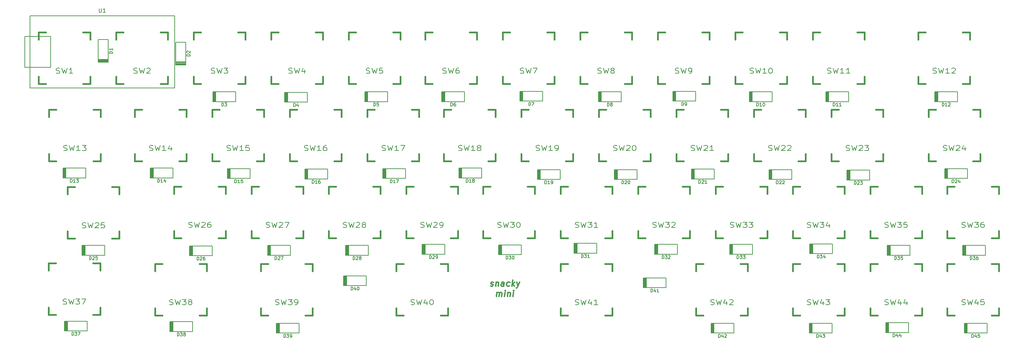
<source format=gbr>
G04 #@! TF.GenerationSoftware,KiCad,Pcbnew,(5.0.1-3-g963ef8bb5)*
G04 #@! TF.CreationDate,2018-12-22T23:57:11-08:00*
G04 #@! TF.ProjectId,snackymini-keyboard,736E61636B796D696E692D6B6579626F,rev?*
G04 #@! TF.SameCoordinates,Original*
G04 #@! TF.FileFunction,Legend,Top*
G04 #@! TF.FilePolarity,Positive*
%FSLAX46Y46*%
G04 Gerber Fmt 4.6, Leading zero omitted, Abs format (unit mm)*
G04 Created by KiCad (PCBNEW (5.0.1-3-g963ef8bb5)) date Saturday, December 22, 2018 at 11:57:11 PM*
%MOMM*%
%LPD*%
G01*
G04 APERTURE LIST*
%ADD10C,0.300000*%
%ADD11C,0.150000*%
%ADD12C,0.200000*%
%ADD13C,0.381000*%
%ADD14C,0.203200*%
G04 APERTURE END LIST*
D10*
X195107857Y-118966142D02*
X195241785Y-119037571D01*
X195527500Y-119037571D01*
X195679285Y-118966142D01*
X195768571Y-118823285D01*
X195777500Y-118751857D01*
X195723928Y-118609000D01*
X195590000Y-118537571D01*
X195375714Y-118537571D01*
X195241785Y-118466142D01*
X195188214Y-118323285D01*
X195197142Y-118251857D01*
X195286428Y-118109000D01*
X195438214Y-118037571D01*
X195652500Y-118037571D01*
X195786428Y-118109000D01*
X196509642Y-118037571D02*
X196384642Y-119037571D01*
X196491785Y-118180428D02*
X196572142Y-118109000D01*
X196723928Y-118037571D01*
X196938214Y-118037571D01*
X197072142Y-118109000D01*
X197125714Y-118251857D01*
X197027500Y-119037571D01*
X198384642Y-119037571D02*
X198482857Y-118251857D01*
X198429285Y-118109000D01*
X198295357Y-118037571D01*
X198009642Y-118037571D01*
X197857857Y-118109000D01*
X198393571Y-118966142D02*
X198241785Y-119037571D01*
X197884642Y-119037571D01*
X197750714Y-118966142D01*
X197697142Y-118823285D01*
X197715000Y-118680428D01*
X197804285Y-118537571D01*
X197956071Y-118466142D01*
X198313214Y-118466142D01*
X198465000Y-118394714D01*
X199750714Y-118966142D02*
X199598928Y-119037571D01*
X199313214Y-119037571D01*
X199179285Y-118966142D01*
X199116785Y-118894714D01*
X199063214Y-118751857D01*
X199116785Y-118323285D01*
X199206071Y-118180428D01*
X199286428Y-118109000D01*
X199438214Y-118037571D01*
X199723928Y-118037571D01*
X199857857Y-118109000D01*
X200384642Y-119037571D02*
X200572142Y-117537571D01*
X200598928Y-118466142D02*
X200956071Y-119037571D01*
X201081071Y-118037571D02*
X200438214Y-118609000D01*
X201581071Y-118037571D02*
X201813214Y-119037571D01*
X202295357Y-118037571D02*
X201813214Y-119037571D01*
X201625714Y-119394714D01*
X201545357Y-119466142D01*
X201393571Y-119537571D01*
X196563214Y-121587571D02*
X196688214Y-120587571D01*
X196670357Y-120730428D02*
X196750714Y-120659000D01*
X196902500Y-120587571D01*
X197116785Y-120587571D01*
X197250714Y-120659000D01*
X197304285Y-120801857D01*
X197206071Y-121587571D01*
X197304285Y-120801857D02*
X197393571Y-120659000D01*
X197545357Y-120587571D01*
X197759642Y-120587571D01*
X197893571Y-120659000D01*
X197947142Y-120801857D01*
X197848928Y-121587571D01*
X198563214Y-121587571D02*
X198688214Y-120587571D01*
X198750714Y-120087571D02*
X198670357Y-120159000D01*
X198732857Y-120230428D01*
X198813214Y-120159000D01*
X198750714Y-120087571D01*
X198732857Y-120230428D01*
X199402500Y-120587571D02*
X199277500Y-121587571D01*
X199384642Y-120730428D02*
X199465000Y-120659000D01*
X199616785Y-120587571D01*
X199831071Y-120587571D01*
X199965000Y-120659000D01*
X200018571Y-120801857D01*
X199920357Y-121587571D01*
X200634642Y-121587571D02*
X200759642Y-120587571D01*
X200822142Y-120087571D02*
X200741785Y-120159000D01*
X200804285Y-120230428D01*
X200884642Y-120159000D01*
X200822142Y-120087571D01*
X200804285Y-120230428D01*
D11*
G04 #@! TO.C,U1*
X81915000Y-65151000D02*
X80645000Y-65151000D01*
X80645000Y-65151000D02*
X80645000Y-57531000D01*
X80645000Y-57531000D02*
X81915000Y-57531000D01*
X86995000Y-65151000D02*
X86995000Y-57531000D01*
X86995000Y-57531000D02*
X81915000Y-57531000D01*
X86995000Y-65151000D02*
X81915000Y-65151000D01*
X81915000Y-52451000D02*
X117475000Y-52451000D01*
X117475000Y-52451000D02*
X117475000Y-70231000D01*
X117475000Y-70231000D02*
X81915000Y-70231000D01*
X81915000Y-70231000D02*
X81915000Y-52451000D01*
D12*
G04 #@! TO.C,D1*
X98749000Y-63162000D02*
X101149000Y-63162000D01*
X98749000Y-63262000D02*
X101149000Y-63262000D01*
X98749000Y-63362000D02*
X101149000Y-63362000D01*
X98749000Y-63537000D02*
X101149000Y-63537000D01*
X98749000Y-63712000D02*
X101149000Y-63712000D01*
X98749000Y-63887000D02*
X101149000Y-63887000D01*
X98749000Y-63887000D02*
X98749000Y-58287000D01*
X98749000Y-58287000D02*
X101149000Y-58287000D01*
X101149000Y-58287000D02*
X101149000Y-63887000D01*
G04 #@! TO.C,D2*
X117799000Y-63797000D02*
X120199000Y-63797000D01*
X117799000Y-63897000D02*
X120199000Y-63897000D01*
X117799000Y-63997000D02*
X120199000Y-63997000D01*
X117799000Y-64172000D02*
X120199000Y-64172000D01*
X117799000Y-64347000D02*
X120199000Y-64347000D01*
X117799000Y-64522000D02*
X120199000Y-64522000D01*
X117799000Y-64522000D02*
X117799000Y-58922000D01*
X117799000Y-58922000D02*
X120199000Y-58922000D01*
X120199000Y-58922000D02*
X120199000Y-64522000D01*
G04 #@! TO.C,D3*
X132467000Y-73590000D02*
X126867000Y-73590000D01*
X132467000Y-71190000D02*
X132467000Y-73590000D01*
X126867000Y-71190000D02*
X132467000Y-71190000D01*
X126867000Y-71190000D02*
X126867000Y-73590000D01*
X127042000Y-71190000D02*
X127042000Y-73590000D01*
X127217000Y-71190000D02*
X127217000Y-73590000D01*
X127392000Y-71190000D02*
X127392000Y-73590000D01*
X127492000Y-71190000D02*
X127492000Y-73590000D01*
X127592000Y-71190000D02*
X127592000Y-73590000D01*
G04 #@! TO.C,D4*
X150120000Y-73717000D02*
X144520000Y-73717000D01*
X150120000Y-71317000D02*
X150120000Y-73717000D01*
X144520000Y-71317000D02*
X150120000Y-71317000D01*
X144520000Y-71317000D02*
X144520000Y-73717000D01*
X144695000Y-71317000D02*
X144695000Y-73717000D01*
X144870000Y-71317000D02*
X144870000Y-73717000D01*
X145045000Y-71317000D02*
X145045000Y-73717000D01*
X145145000Y-71317000D02*
X145145000Y-73717000D01*
X145245000Y-71317000D02*
X145245000Y-73717000D01*
G04 #@! TO.C,D5*
X164930000Y-71190000D02*
X164930000Y-73590000D01*
X164830000Y-71190000D02*
X164830000Y-73590000D01*
X164730000Y-71190000D02*
X164730000Y-73590000D01*
X164555000Y-71190000D02*
X164555000Y-73590000D01*
X164380000Y-71190000D02*
X164380000Y-73590000D01*
X164205000Y-71190000D02*
X164205000Y-73590000D01*
X164205000Y-71190000D02*
X169805000Y-71190000D01*
X169805000Y-71190000D02*
X169805000Y-73590000D01*
X169805000Y-73590000D02*
X164205000Y-73590000D01*
G04 #@! TO.C,D6*
X183853000Y-71190000D02*
X183853000Y-73590000D01*
X183753000Y-71190000D02*
X183753000Y-73590000D01*
X183653000Y-71190000D02*
X183653000Y-73590000D01*
X183478000Y-71190000D02*
X183478000Y-73590000D01*
X183303000Y-71190000D02*
X183303000Y-73590000D01*
X183128000Y-71190000D02*
X183128000Y-73590000D01*
X183128000Y-71190000D02*
X188728000Y-71190000D01*
X188728000Y-71190000D02*
X188728000Y-73590000D01*
X188728000Y-73590000D02*
X183128000Y-73590000D01*
G04 #@! TO.C,D7*
X207905000Y-73463000D02*
X202305000Y-73463000D01*
X207905000Y-71063000D02*
X207905000Y-73463000D01*
X202305000Y-71063000D02*
X207905000Y-71063000D01*
X202305000Y-71063000D02*
X202305000Y-73463000D01*
X202480000Y-71063000D02*
X202480000Y-73463000D01*
X202655000Y-71063000D02*
X202655000Y-73463000D01*
X202830000Y-71063000D02*
X202830000Y-73463000D01*
X202930000Y-71063000D02*
X202930000Y-73463000D01*
X203030000Y-71063000D02*
X203030000Y-73463000D01*
G04 #@! TO.C,D8*
X227209000Y-73590000D02*
X221609000Y-73590000D01*
X227209000Y-71190000D02*
X227209000Y-73590000D01*
X221609000Y-71190000D02*
X227209000Y-71190000D01*
X221609000Y-71190000D02*
X221609000Y-73590000D01*
X221784000Y-71190000D02*
X221784000Y-73590000D01*
X221959000Y-71190000D02*
X221959000Y-73590000D01*
X222134000Y-71190000D02*
X222134000Y-73590000D01*
X222234000Y-71190000D02*
X222234000Y-73590000D01*
X222334000Y-71190000D02*
X222334000Y-73590000D01*
G04 #@! TO.C,D9*
X240622000Y-71063000D02*
X240622000Y-73463000D01*
X240522000Y-71063000D02*
X240522000Y-73463000D01*
X240422000Y-71063000D02*
X240422000Y-73463000D01*
X240247000Y-71063000D02*
X240247000Y-73463000D01*
X240072000Y-71063000D02*
X240072000Y-73463000D01*
X239897000Y-71063000D02*
X239897000Y-73463000D01*
X239897000Y-71063000D02*
X245497000Y-71063000D01*
X245497000Y-71063000D02*
X245497000Y-73463000D01*
X245497000Y-73463000D02*
X239897000Y-73463000D01*
G04 #@! TO.C,D10*
X259418000Y-71190000D02*
X259418000Y-73590000D01*
X259318000Y-71190000D02*
X259318000Y-73590000D01*
X259218000Y-71190000D02*
X259218000Y-73590000D01*
X259043000Y-71190000D02*
X259043000Y-73590000D01*
X258868000Y-71190000D02*
X258868000Y-73590000D01*
X258693000Y-71190000D02*
X258693000Y-73590000D01*
X258693000Y-71190000D02*
X264293000Y-71190000D01*
X264293000Y-71190000D02*
X264293000Y-73590000D01*
X264293000Y-73590000D02*
X258693000Y-73590000D01*
G04 #@! TO.C,D11*
X283089000Y-73590000D02*
X277489000Y-73590000D01*
X283089000Y-71190000D02*
X283089000Y-73590000D01*
X277489000Y-71190000D02*
X283089000Y-71190000D01*
X277489000Y-71190000D02*
X277489000Y-73590000D01*
X277664000Y-71190000D02*
X277664000Y-73590000D01*
X277839000Y-71190000D02*
X277839000Y-73590000D01*
X278014000Y-71190000D02*
X278014000Y-73590000D01*
X278114000Y-71190000D02*
X278114000Y-73590000D01*
X278214000Y-71190000D02*
X278214000Y-73590000D01*
G04 #@! TO.C,D12*
X309886000Y-73590000D02*
X304286000Y-73590000D01*
X309886000Y-71190000D02*
X309886000Y-73590000D01*
X304286000Y-71190000D02*
X309886000Y-71190000D01*
X304286000Y-71190000D02*
X304286000Y-73590000D01*
X304461000Y-71190000D02*
X304461000Y-73590000D01*
X304636000Y-71190000D02*
X304636000Y-73590000D01*
X304811000Y-71190000D02*
X304811000Y-73590000D01*
X304911000Y-71190000D02*
X304911000Y-73590000D01*
X305011000Y-71190000D02*
X305011000Y-73590000D01*
G04 #@! TO.C,D13*
X90762000Y-89986000D02*
X90762000Y-92386000D01*
X90662000Y-89986000D02*
X90662000Y-92386000D01*
X90562000Y-89986000D02*
X90562000Y-92386000D01*
X90387000Y-89986000D02*
X90387000Y-92386000D01*
X90212000Y-89986000D02*
X90212000Y-92386000D01*
X90037000Y-89986000D02*
X90037000Y-92386000D01*
X90037000Y-89986000D02*
X95637000Y-89986000D01*
X95637000Y-89986000D02*
X95637000Y-92386000D01*
X95637000Y-92386000D02*
X90037000Y-92386000D01*
G04 #@! TO.C,D14*
X112225000Y-89986000D02*
X112225000Y-92386000D01*
X112125000Y-89986000D02*
X112125000Y-92386000D01*
X112025000Y-89986000D02*
X112025000Y-92386000D01*
X111850000Y-89986000D02*
X111850000Y-92386000D01*
X111675000Y-89986000D02*
X111675000Y-92386000D01*
X111500000Y-89986000D02*
X111500000Y-92386000D01*
X111500000Y-89986000D02*
X117100000Y-89986000D01*
X117100000Y-89986000D02*
X117100000Y-92386000D01*
X117100000Y-92386000D02*
X111500000Y-92386000D01*
G04 #@! TO.C,D15*
X136023000Y-92513000D02*
X130423000Y-92513000D01*
X136023000Y-90113000D02*
X136023000Y-92513000D01*
X130423000Y-90113000D02*
X136023000Y-90113000D01*
X130423000Y-90113000D02*
X130423000Y-92513000D01*
X130598000Y-90113000D02*
X130598000Y-92513000D01*
X130773000Y-90113000D02*
X130773000Y-92513000D01*
X130948000Y-90113000D02*
X130948000Y-92513000D01*
X131048000Y-90113000D02*
X131048000Y-92513000D01*
X131148000Y-90113000D02*
X131148000Y-92513000D01*
G04 #@! TO.C,D16*
X150198000Y-90240000D02*
X150198000Y-92640000D01*
X150098000Y-90240000D02*
X150098000Y-92640000D01*
X149998000Y-90240000D02*
X149998000Y-92640000D01*
X149823000Y-90240000D02*
X149823000Y-92640000D01*
X149648000Y-90240000D02*
X149648000Y-92640000D01*
X149473000Y-90240000D02*
X149473000Y-92640000D01*
X149473000Y-90240000D02*
X155073000Y-90240000D01*
X155073000Y-90240000D02*
X155073000Y-92640000D01*
X155073000Y-92640000D02*
X149473000Y-92640000D01*
G04 #@! TO.C,D17*
X169375000Y-90113000D02*
X169375000Y-92513000D01*
X169275000Y-90113000D02*
X169275000Y-92513000D01*
X169175000Y-90113000D02*
X169175000Y-92513000D01*
X169000000Y-90113000D02*
X169000000Y-92513000D01*
X168825000Y-90113000D02*
X168825000Y-92513000D01*
X168650000Y-90113000D02*
X168650000Y-92513000D01*
X168650000Y-90113000D02*
X174250000Y-90113000D01*
X174250000Y-90113000D02*
X174250000Y-92513000D01*
X174250000Y-92513000D02*
X168650000Y-92513000D01*
G04 #@! TO.C,D18*
X192919000Y-92386000D02*
X187319000Y-92386000D01*
X192919000Y-89986000D02*
X192919000Y-92386000D01*
X187319000Y-89986000D02*
X192919000Y-89986000D01*
X187319000Y-89986000D02*
X187319000Y-92386000D01*
X187494000Y-89986000D02*
X187494000Y-92386000D01*
X187669000Y-89986000D02*
X187669000Y-92386000D01*
X187844000Y-89986000D02*
X187844000Y-92386000D01*
X187944000Y-89986000D02*
X187944000Y-92386000D01*
X188044000Y-89986000D02*
X188044000Y-92386000D01*
G04 #@! TO.C,D19*
X212223000Y-92767000D02*
X206623000Y-92767000D01*
X212223000Y-90367000D02*
X212223000Y-92767000D01*
X206623000Y-90367000D02*
X212223000Y-90367000D01*
X206623000Y-90367000D02*
X206623000Y-92767000D01*
X206798000Y-90367000D02*
X206798000Y-92767000D01*
X206973000Y-90367000D02*
X206973000Y-92767000D01*
X207148000Y-90367000D02*
X207148000Y-92767000D01*
X207248000Y-90367000D02*
X207248000Y-92767000D01*
X207348000Y-90367000D02*
X207348000Y-92767000D01*
G04 #@! TO.C,D20*
X226271000Y-90367000D02*
X226271000Y-92767000D01*
X226171000Y-90367000D02*
X226171000Y-92767000D01*
X226071000Y-90367000D02*
X226071000Y-92767000D01*
X225896000Y-90367000D02*
X225896000Y-92767000D01*
X225721000Y-90367000D02*
X225721000Y-92767000D01*
X225546000Y-90367000D02*
X225546000Y-92767000D01*
X225546000Y-90367000D02*
X231146000Y-90367000D01*
X231146000Y-90367000D02*
X231146000Y-92767000D01*
X231146000Y-92767000D02*
X225546000Y-92767000D01*
G04 #@! TO.C,D21*
X245194000Y-90240000D02*
X245194000Y-92640000D01*
X245094000Y-90240000D02*
X245094000Y-92640000D01*
X244994000Y-90240000D02*
X244994000Y-92640000D01*
X244819000Y-90240000D02*
X244819000Y-92640000D01*
X244644000Y-90240000D02*
X244644000Y-92640000D01*
X244469000Y-90240000D02*
X244469000Y-92640000D01*
X244469000Y-90240000D02*
X250069000Y-90240000D01*
X250069000Y-90240000D02*
X250069000Y-92640000D01*
X250069000Y-92640000D02*
X244469000Y-92640000D01*
G04 #@! TO.C,D22*
X269119000Y-92767000D02*
X263519000Y-92767000D01*
X269119000Y-90367000D02*
X269119000Y-92767000D01*
X263519000Y-90367000D02*
X269119000Y-90367000D01*
X263519000Y-90367000D02*
X263519000Y-92767000D01*
X263694000Y-90367000D02*
X263694000Y-92767000D01*
X263869000Y-90367000D02*
X263869000Y-92767000D01*
X264044000Y-90367000D02*
X264044000Y-92767000D01*
X264144000Y-90367000D02*
X264144000Y-92767000D01*
X264244000Y-90367000D02*
X264244000Y-92767000D01*
G04 #@! TO.C,D23*
X283421000Y-90494000D02*
X283421000Y-92894000D01*
X283321000Y-90494000D02*
X283321000Y-92894000D01*
X283221000Y-90494000D02*
X283221000Y-92894000D01*
X283046000Y-90494000D02*
X283046000Y-92894000D01*
X282871000Y-90494000D02*
X282871000Y-92894000D01*
X282696000Y-90494000D02*
X282696000Y-92894000D01*
X282696000Y-90494000D02*
X288296000Y-90494000D01*
X288296000Y-90494000D02*
X288296000Y-92894000D01*
X288296000Y-92894000D02*
X282696000Y-92894000D01*
G04 #@! TO.C,D24*
X307424000Y-90113000D02*
X307424000Y-92513000D01*
X307324000Y-90113000D02*
X307324000Y-92513000D01*
X307224000Y-90113000D02*
X307224000Y-92513000D01*
X307049000Y-90113000D02*
X307049000Y-92513000D01*
X306874000Y-90113000D02*
X306874000Y-92513000D01*
X306699000Y-90113000D02*
X306699000Y-92513000D01*
X306699000Y-90113000D02*
X312299000Y-90113000D01*
X312299000Y-90113000D02*
X312299000Y-92513000D01*
X312299000Y-92513000D02*
X306699000Y-92513000D01*
G04 #@! TO.C,D25*
X100336000Y-111436000D02*
X94736000Y-111436000D01*
X100336000Y-109036000D02*
X100336000Y-111436000D01*
X94736000Y-109036000D02*
X100336000Y-109036000D01*
X94736000Y-109036000D02*
X94736000Y-111436000D01*
X94911000Y-109036000D02*
X94911000Y-111436000D01*
X95086000Y-109036000D02*
X95086000Y-111436000D01*
X95261000Y-109036000D02*
X95261000Y-111436000D01*
X95361000Y-109036000D02*
X95361000Y-111436000D01*
X95461000Y-109036000D02*
X95461000Y-111436000D01*
G04 #@! TO.C,D26*
X126752000Y-111563000D02*
X121152000Y-111563000D01*
X126752000Y-109163000D02*
X126752000Y-111563000D01*
X121152000Y-109163000D02*
X126752000Y-109163000D01*
X121152000Y-109163000D02*
X121152000Y-111563000D01*
X121327000Y-109163000D02*
X121327000Y-111563000D01*
X121502000Y-109163000D02*
X121502000Y-111563000D01*
X121677000Y-109163000D02*
X121677000Y-111563000D01*
X121777000Y-109163000D02*
X121777000Y-111563000D01*
X121877000Y-109163000D02*
X121877000Y-111563000D01*
G04 #@! TO.C,D27*
X141054000Y-109036000D02*
X141054000Y-111436000D01*
X140954000Y-109036000D02*
X140954000Y-111436000D01*
X140854000Y-109036000D02*
X140854000Y-111436000D01*
X140679000Y-109036000D02*
X140679000Y-111436000D01*
X140504000Y-109036000D02*
X140504000Y-111436000D01*
X140329000Y-109036000D02*
X140329000Y-111436000D01*
X140329000Y-109036000D02*
X145929000Y-109036000D01*
X145929000Y-109036000D02*
X145929000Y-111436000D01*
X145929000Y-111436000D02*
X140329000Y-111436000D01*
G04 #@! TO.C,D28*
X160231000Y-109036000D02*
X160231000Y-111436000D01*
X160131000Y-109036000D02*
X160131000Y-111436000D01*
X160031000Y-109036000D02*
X160031000Y-111436000D01*
X159856000Y-109036000D02*
X159856000Y-111436000D01*
X159681000Y-109036000D02*
X159681000Y-111436000D01*
X159506000Y-109036000D02*
X159506000Y-111436000D01*
X159506000Y-109036000D02*
X165106000Y-109036000D01*
X165106000Y-109036000D02*
X165106000Y-111436000D01*
X165106000Y-111436000D02*
X159506000Y-111436000D01*
G04 #@! TO.C,D29*
X183902000Y-111182000D02*
X178302000Y-111182000D01*
X183902000Y-108782000D02*
X183902000Y-111182000D01*
X178302000Y-108782000D02*
X183902000Y-108782000D01*
X178302000Y-108782000D02*
X178302000Y-111182000D01*
X178477000Y-108782000D02*
X178477000Y-111182000D01*
X178652000Y-108782000D02*
X178652000Y-111182000D01*
X178827000Y-108782000D02*
X178827000Y-111182000D01*
X178927000Y-108782000D02*
X178927000Y-111182000D01*
X179027000Y-108782000D02*
X179027000Y-111182000D01*
G04 #@! TO.C,D30*
X197823000Y-108909000D02*
X197823000Y-111309000D01*
X197723000Y-108909000D02*
X197723000Y-111309000D01*
X197623000Y-108909000D02*
X197623000Y-111309000D01*
X197448000Y-108909000D02*
X197448000Y-111309000D01*
X197273000Y-108909000D02*
X197273000Y-111309000D01*
X197098000Y-108909000D02*
X197098000Y-111309000D01*
X197098000Y-108909000D02*
X202698000Y-108909000D01*
X202698000Y-108909000D02*
X202698000Y-111309000D01*
X202698000Y-111309000D02*
X197098000Y-111309000D01*
G04 #@! TO.C,D31*
X216365000Y-108528000D02*
X216365000Y-110928000D01*
X216265000Y-108528000D02*
X216265000Y-110928000D01*
X216165000Y-108528000D02*
X216165000Y-110928000D01*
X215990000Y-108528000D02*
X215990000Y-110928000D01*
X215815000Y-108528000D02*
X215815000Y-110928000D01*
X215640000Y-108528000D02*
X215640000Y-110928000D01*
X215640000Y-108528000D02*
X221240000Y-108528000D01*
X221240000Y-108528000D02*
X221240000Y-110928000D01*
X221240000Y-110928000D02*
X215640000Y-110928000D01*
G04 #@! TO.C,D32*
X241052000Y-111182000D02*
X235452000Y-111182000D01*
X241052000Y-108782000D02*
X241052000Y-111182000D01*
X235452000Y-108782000D02*
X241052000Y-108782000D01*
X235452000Y-108782000D02*
X235452000Y-111182000D01*
X235627000Y-108782000D02*
X235627000Y-111182000D01*
X235802000Y-108782000D02*
X235802000Y-111182000D01*
X235977000Y-108782000D02*
X235977000Y-111182000D01*
X236077000Y-108782000D02*
X236077000Y-111182000D01*
X236177000Y-108782000D02*
X236177000Y-111182000D01*
G04 #@! TO.C,D33*
X259467000Y-111182000D02*
X253867000Y-111182000D01*
X259467000Y-108782000D02*
X259467000Y-111182000D01*
X253867000Y-108782000D02*
X259467000Y-108782000D01*
X253867000Y-108782000D02*
X253867000Y-111182000D01*
X254042000Y-108782000D02*
X254042000Y-111182000D01*
X254217000Y-108782000D02*
X254217000Y-111182000D01*
X254392000Y-108782000D02*
X254392000Y-111182000D01*
X254492000Y-108782000D02*
X254492000Y-111182000D01*
X254592000Y-108782000D02*
X254592000Y-111182000D01*
G04 #@! TO.C,D34*
X274277000Y-108655000D02*
X274277000Y-111055000D01*
X274177000Y-108655000D02*
X274177000Y-111055000D01*
X274077000Y-108655000D02*
X274077000Y-111055000D01*
X273902000Y-108655000D02*
X273902000Y-111055000D01*
X273727000Y-108655000D02*
X273727000Y-111055000D01*
X273552000Y-108655000D02*
X273552000Y-111055000D01*
X273552000Y-108655000D02*
X279152000Y-108655000D01*
X279152000Y-108655000D02*
X279152000Y-111055000D01*
X279152000Y-111055000D02*
X273552000Y-111055000D01*
G04 #@! TO.C,D35*
X293327000Y-109036000D02*
X293327000Y-111436000D01*
X293227000Y-109036000D02*
X293227000Y-111436000D01*
X293127000Y-109036000D02*
X293127000Y-111436000D01*
X292952000Y-109036000D02*
X292952000Y-111436000D01*
X292777000Y-109036000D02*
X292777000Y-111436000D01*
X292602000Y-109036000D02*
X292602000Y-111436000D01*
X292602000Y-109036000D02*
X298202000Y-109036000D01*
X298202000Y-109036000D02*
X298202000Y-111436000D01*
X298202000Y-111436000D02*
X292602000Y-111436000D01*
G04 #@! TO.C,D36*
X316744000Y-111436000D02*
X311144000Y-111436000D01*
X316744000Y-109036000D02*
X316744000Y-111436000D01*
X311144000Y-109036000D02*
X316744000Y-109036000D01*
X311144000Y-109036000D02*
X311144000Y-111436000D01*
X311319000Y-109036000D02*
X311319000Y-111436000D01*
X311494000Y-109036000D02*
X311494000Y-111436000D01*
X311669000Y-109036000D02*
X311669000Y-111436000D01*
X311769000Y-109036000D02*
X311769000Y-111436000D01*
X311869000Y-109036000D02*
X311869000Y-111436000D01*
G04 #@! TO.C,D37*
X96018000Y-130105000D02*
X90418000Y-130105000D01*
X96018000Y-127705000D02*
X96018000Y-130105000D01*
X90418000Y-127705000D02*
X96018000Y-127705000D01*
X90418000Y-127705000D02*
X90418000Y-130105000D01*
X90593000Y-127705000D02*
X90593000Y-130105000D01*
X90768000Y-127705000D02*
X90768000Y-130105000D01*
X90943000Y-127705000D02*
X90943000Y-130105000D01*
X91043000Y-127705000D02*
X91043000Y-130105000D01*
X91143000Y-127705000D02*
X91143000Y-130105000D01*
G04 #@! TO.C,D38*
X117051000Y-127832000D02*
X117051000Y-130232000D01*
X116951000Y-127832000D02*
X116951000Y-130232000D01*
X116851000Y-127832000D02*
X116851000Y-130232000D01*
X116676000Y-127832000D02*
X116676000Y-130232000D01*
X116501000Y-127832000D02*
X116501000Y-130232000D01*
X116326000Y-127832000D02*
X116326000Y-130232000D01*
X116326000Y-127832000D02*
X121926000Y-127832000D01*
X121926000Y-127832000D02*
X121926000Y-130232000D01*
X121926000Y-130232000D02*
X116326000Y-130232000D01*
G04 #@! TO.C,D39*
X143213000Y-128213000D02*
X143213000Y-130613000D01*
X143113000Y-128213000D02*
X143113000Y-130613000D01*
X143013000Y-128213000D02*
X143013000Y-130613000D01*
X142838000Y-128213000D02*
X142838000Y-130613000D01*
X142663000Y-128213000D02*
X142663000Y-130613000D01*
X142488000Y-128213000D02*
X142488000Y-130613000D01*
X142488000Y-128213000D02*
X148088000Y-128213000D01*
X148088000Y-128213000D02*
X148088000Y-130613000D01*
X148088000Y-130613000D02*
X142488000Y-130613000D01*
G04 #@! TO.C,D40*
X164598000Y-118929000D02*
X158998000Y-118929000D01*
X164598000Y-116529000D02*
X164598000Y-118929000D01*
X158998000Y-116529000D02*
X164598000Y-116529000D01*
X158998000Y-116529000D02*
X158998000Y-118929000D01*
X159173000Y-116529000D02*
X159173000Y-118929000D01*
X159348000Y-116529000D02*
X159348000Y-118929000D01*
X159523000Y-116529000D02*
X159523000Y-118929000D01*
X159623000Y-116529000D02*
X159623000Y-118929000D01*
X159723000Y-116529000D02*
X159723000Y-118929000D01*
G04 #@! TO.C,D41*
X238258000Y-119437000D02*
X232658000Y-119437000D01*
X238258000Y-117037000D02*
X238258000Y-119437000D01*
X232658000Y-117037000D02*
X238258000Y-117037000D01*
X232658000Y-117037000D02*
X232658000Y-119437000D01*
X232833000Y-117037000D02*
X232833000Y-119437000D01*
X233008000Y-117037000D02*
X233008000Y-119437000D01*
X233183000Y-117037000D02*
X233183000Y-119437000D01*
X233283000Y-117037000D02*
X233283000Y-119437000D01*
X233383000Y-117037000D02*
X233383000Y-119437000D01*
G04 #@! TO.C,D42*
X250020000Y-128213000D02*
X250020000Y-130613000D01*
X249920000Y-128213000D02*
X249920000Y-130613000D01*
X249820000Y-128213000D02*
X249820000Y-130613000D01*
X249645000Y-128213000D02*
X249645000Y-130613000D01*
X249470000Y-128213000D02*
X249470000Y-130613000D01*
X249295000Y-128213000D02*
X249295000Y-130613000D01*
X249295000Y-128213000D02*
X254895000Y-128213000D01*
X254895000Y-128213000D02*
X254895000Y-130613000D01*
X254895000Y-130613000D02*
X249295000Y-130613000D01*
G04 #@! TO.C,D43*
X279025000Y-130613000D02*
X273425000Y-130613000D01*
X279025000Y-128213000D02*
X279025000Y-130613000D01*
X273425000Y-128213000D02*
X279025000Y-128213000D01*
X273425000Y-128213000D02*
X273425000Y-130613000D01*
X273600000Y-128213000D02*
X273600000Y-130613000D01*
X273775000Y-128213000D02*
X273775000Y-130613000D01*
X273950000Y-128213000D02*
X273950000Y-130613000D01*
X274050000Y-128213000D02*
X274050000Y-130613000D01*
X274150000Y-128213000D02*
X274150000Y-130613000D01*
G04 #@! TO.C,D44*
X297821000Y-130486000D02*
X292221000Y-130486000D01*
X297821000Y-128086000D02*
X297821000Y-130486000D01*
X292221000Y-128086000D02*
X297821000Y-128086000D01*
X292221000Y-128086000D02*
X292221000Y-130486000D01*
X292396000Y-128086000D02*
X292396000Y-130486000D01*
X292571000Y-128086000D02*
X292571000Y-130486000D01*
X292746000Y-128086000D02*
X292746000Y-130486000D01*
X292846000Y-128086000D02*
X292846000Y-130486000D01*
X292946000Y-128086000D02*
X292946000Y-130486000D01*
G04 #@! TO.C,D45*
X317125000Y-130613000D02*
X311525000Y-130613000D01*
X317125000Y-128213000D02*
X317125000Y-130613000D01*
X311525000Y-128213000D02*
X317125000Y-128213000D01*
X311525000Y-128213000D02*
X311525000Y-130613000D01*
X311700000Y-128213000D02*
X311700000Y-130613000D01*
X311875000Y-128213000D02*
X311875000Y-130613000D01*
X312050000Y-128213000D02*
X312050000Y-130613000D01*
X312150000Y-128213000D02*
X312150000Y-130613000D01*
X312250000Y-128213000D02*
X312250000Y-130613000D01*
D13*
G04 #@! TO.C,SW1*
X84074000Y-56515000D02*
X85852000Y-56515000D01*
X94996000Y-56515000D02*
X96774000Y-56515000D01*
X96774000Y-56515000D02*
X96774000Y-58293000D01*
X96774000Y-67437000D02*
X96774000Y-69215000D01*
X96774000Y-69215000D02*
X94996000Y-69215000D01*
X85852000Y-69215000D02*
X84074000Y-69215000D01*
X84074000Y-69215000D02*
X84074000Y-67437000D01*
X84074000Y-58293000D02*
X84074000Y-56515000D01*
G04 #@! TO.C,SW2*
X103124000Y-58293000D02*
X103124000Y-56515000D01*
X103124000Y-69215000D02*
X103124000Y-67437000D01*
X104902000Y-69215000D02*
X103124000Y-69215000D01*
X115824000Y-69215000D02*
X114046000Y-69215000D01*
X115824000Y-67437000D02*
X115824000Y-69215000D01*
X115824000Y-56515000D02*
X115824000Y-58293000D01*
X114046000Y-56515000D02*
X115824000Y-56515000D01*
X103124000Y-56515000D02*
X104902000Y-56515000D01*
G04 #@! TO.C,SW3*
X122174000Y-56515000D02*
X123952000Y-56515000D01*
X133096000Y-56515000D02*
X134874000Y-56515000D01*
X134874000Y-56515000D02*
X134874000Y-58293000D01*
X134874000Y-67437000D02*
X134874000Y-69215000D01*
X134874000Y-69215000D02*
X133096000Y-69215000D01*
X123952000Y-69215000D02*
X122174000Y-69215000D01*
X122174000Y-69215000D02*
X122174000Y-67437000D01*
X122174000Y-58293000D02*
X122174000Y-56515000D01*
G04 #@! TO.C,SW4*
X141224000Y-56515000D02*
X143002000Y-56515000D01*
X152146000Y-56515000D02*
X153924000Y-56515000D01*
X153924000Y-56515000D02*
X153924000Y-58293000D01*
X153924000Y-67437000D02*
X153924000Y-69215000D01*
X153924000Y-69215000D02*
X152146000Y-69215000D01*
X143002000Y-69215000D02*
X141224000Y-69215000D01*
X141224000Y-69215000D02*
X141224000Y-67437000D01*
X141224000Y-58293000D02*
X141224000Y-56515000D01*
G04 #@! TO.C,SW5*
X160274000Y-56515000D02*
X162052000Y-56515000D01*
X171196000Y-56515000D02*
X172974000Y-56515000D01*
X172974000Y-56515000D02*
X172974000Y-58293000D01*
X172974000Y-67437000D02*
X172974000Y-69215000D01*
X172974000Y-69215000D02*
X171196000Y-69215000D01*
X162052000Y-69215000D02*
X160274000Y-69215000D01*
X160274000Y-69215000D02*
X160274000Y-67437000D01*
X160274000Y-58293000D02*
X160274000Y-56515000D01*
G04 #@! TO.C,SW6*
X179070000Y-58293000D02*
X179070000Y-56515000D01*
X179070000Y-69215000D02*
X179070000Y-67437000D01*
X180848000Y-69215000D02*
X179070000Y-69215000D01*
X191770000Y-69215000D02*
X189992000Y-69215000D01*
X191770000Y-67437000D02*
X191770000Y-69215000D01*
X191770000Y-56515000D02*
X191770000Y-58293000D01*
X189992000Y-56515000D02*
X191770000Y-56515000D01*
X179070000Y-56515000D02*
X180848000Y-56515000D01*
G04 #@! TO.C,SW7*
X198120000Y-56515000D02*
X199898000Y-56515000D01*
X209042000Y-56515000D02*
X210820000Y-56515000D01*
X210820000Y-56515000D02*
X210820000Y-58293000D01*
X210820000Y-67437000D02*
X210820000Y-69215000D01*
X210820000Y-69215000D02*
X209042000Y-69215000D01*
X199898000Y-69215000D02*
X198120000Y-69215000D01*
X198120000Y-69215000D02*
X198120000Y-67437000D01*
X198120000Y-58293000D02*
X198120000Y-56515000D01*
G04 #@! TO.C,SW8*
X217170000Y-56515000D02*
X218948000Y-56515000D01*
X228092000Y-56515000D02*
X229870000Y-56515000D01*
X229870000Y-56515000D02*
X229870000Y-58293000D01*
X229870000Y-67437000D02*
X229870000Y-69215000D01*
X229870000Y-69215000D02*
X228092000Y-69215000D01*
X218948000Y-69215000D02*
X217170000Y-69215000D01*
X217170000Y-69215000D02*
X217170000Y-67437000D01*
X217170000Y-58293000D02*
X217170000Y-56515000D01*
G04 #@! TO.C,SW9*
X236220000Y-58293000D02*
X236220000Y-56515000D01*
X236220000Y-69215000D02*
X236220000Y-67437000D01*
X237998000Y-69215000D02*
X236220000Y-69215000D01*
X248920000Y-69215000D02*
X247142000Y-69215000D01*
X248920000Y-67437000D02*
X248920000Y-69215000D01*
X248920000Y-56515000D02*
X248920000Y-58293000D01*
X247142000Y-56515000D02*
X248920000Y-56515000D01*
X236220000Y-56515000D02*
X237998000Y-56515000D01*
G04 #@! TO.C,SW10*
X255270000Y-58293000D02*
X255270000Y-56515000D01*
X255270000Y-69215000D02*
X255270000Y-67437000D01*
X257048000Y-69215000D02*
X255270000Y-69215000D01*
X267970000Y-69215000D02*
X266192000Y-69215000D01*
X267970000Y-67437000D02*
X267970000Y-69215000D01*
X267970000Y-56515000D02*
X267970000Y-58293000D01*
X266192000Y-56515000D02*
X267970000Y-56515000D01*
X255270000Y-56515000D02*
X257048000Y-56515000D01*
G04 #@! TO.C,SW11*
X274320000Y-56515000D02*
X276098000Y-56515000D01*
X285242000Y-56515000D02*
X287020000Y-56515000D01*
X287020000Y-56515000D02*
X287020000Y-58293000D01*
X287020000Y-67437000D02*
X287020000Y-69215000D01*
X287020000Y-69215000D02*
X285242000Y-69215000D01*
X276098000Y-69215000D02*
X274320000Y-69215000D01*
X274320000Y-69215000D02*
X274320000Y-67437000D01*
X274320000Y-58293000D02*
X274320000Y-56515000D01*
G04 #@! TO.C,SW12*
X300228000Y-56515000D02*
X302006000Y-56515000D01*
X311150000Y-56515000D02*
X312928000Y-56515000D01*
X312928000Y-56515000D02*
X312928000Y-58293000D01*
X312928000Y-67437000D02*
X312928000Y-69215000D01*
X312928000Y-69215000D02*
X311150000Y-69215000D01*
X302006000Y-69215000D02*
X300228000Y-69215000D01*
X300228000Y-69215000D02*
X300228000Y-67437000D01*
X300228000Y-58293000D02*
X300228000Y-56515000D01*
G04 #@! TO.C,SW13*
X86614000Y-77343000D02*
X86614000Y-75565000D01*
X86614000Y-88265000D02*
X86614000Y-86487000D01*
X88392000Y-88265000D02*
X86614000Y-88265000D01*
X99314000Y-88265000D02*
X97536000Y-88265000D01*
X99314000Y-86487000D02*
X99314000Y-88265000D01*
X99314000Y-75565000D02*
X99314000Y-77343000D01*
X97536000Y-75565000D02*
X99314000Y-75565000D01*
X86614000Y-75565000D02*
X88392000Y-75565000D01*
G04 #@! TO.C,SW14*
X107696000Y-77343000D02*
X107696000Y-75565000D01*
X107696000Y-88265000D02*
X107696000Y-86487000D01*
X109474000Y-88265000D02*
X107696000Y-88265000D01*
X120396000Y-88265000D02*
X118618000Y-88265000D01*
X120396000Y-86487000D02*
X120396000Y-88265000D01*
X120396000Y-75565000D02*
X120396000Y-77343000D01*
X118618000Y-75565000D02*
X120396000Y-75565000D01*
X107696000Y-75565000D02*
X109474000Y-75565000D01*
G04 #@! TO.C,SW15*
X126746000Y-75565000D02*
X128524000Y-75565000D01*
X137668000Y-75565000D02*
X139446000Y-75565000D01*
X139446000Y-75565000D02*
X139446000Y-77343000D01*
X139446000Y-86487000D02*
X139446000Y-88265000D01*
X139446000Y-88265000D02*
X137668000Y-88265000D01*
X128524000Y-88265000D02*
X126746000Y-88265000D01*
X126746000Y-88265000D02*
X126746000Y-86487000D01*
X126746000Y-77343000D02*
X126746000Y-75565000D01*
G04 #@! TO.C,SW16*
X145796000Y-77343000D02*
X145796000Y-75565000D01*
X145796000Y-88265000D02*
X145796000Y-86487000D01*
X147574000Y-88265000D02*
X145796000Y-88265000D01*
X158496000Y-88265000D02*
X156718000Y-88265000D01*
X158496000Y-86487000D02*
X158496000Y-88265000D01*
X158496000Y-75565000D02*
X158496000Y-77343000D01*
X156718000Y-75565000D02*
X158496000Y-75565000D01*
X145796000Y-75565000D02*
X147574000Y-75565000D01*
G04 #@! TO.C,SW17*
X164846000Y-77343000D02*
X164846000Y-75565000D01*
X164846000Y-88265000D02*
X164846000Y-86487000D01*
X166624000Y-88265000D02*
X164846000Y-88265000D01*
X177546000Y-88265000D02*
X175768000Y-88265000D01*
X177546000Y-86487000D02*
X177546000Y-88265000D01*
X177546000Y-75565000D02*
X177546000Y-77343000D01*
X175768000Y-75565000D02*
X177546000Y-75565000D01*
X164846000Y-75565000D02*
X166624000Y-75565000D01*
G04 #@! TO.C,SW18*
X183642000Y-75565000D02*
X185420000Y-75565000D01*
X194564000Y-75565000D02*
X196342000Y-75565000D01*
X196342000Y-75565000D02*
X196342000Y-77343000D01*
X196342000Y-86487000D02*
X196342000Y-88265000D01*
X196342000Y-88265000D02*
X194564000Y-88265000D01*
X185420000Y-88265000D02*
X183642000Y-88265000D01*
X183642000Y-88265000D02*
X183642000Y-86487000D01*
X183642000Y-77343000D02*
X183642000Y-75565000D01*
G04 #@! TO.C,SW19*
X202692000Y-75565000D02*
X204470000Y-75565000D01*
X213614000Y-75565000D02*
X215392000Y-75565000D01*
X215392000Y-75565000D02*
X215392000Y-77343000D01*
X215392000Y-86487000D02*
X215392000Y-88265000D01*
X215392000Y-88265000D02*
X213614000Y-88265000D01*
X204470000Y-88265000D02*
X202692000Y-88265000D01*
X202692000Y-88265000D02*
X202692000Y-86487000D01*
X202692000Y-77343000D02*
X202692000Y-75565000D01*
G04 #@! TO.C,SW20*
X221742000Y-77343000D02*
X221742000Y-75565000D01*
X221742000Y-88265000D02*
X221742000Y-86487000D01*
X223520000Y-88265000D02*
X221742000Y-88265000D01*
X234442000Y-88265000D02*
X232664000Y-88265000D01*
X234442000Y-86487000D02*
X234442000Y-88265000D01*
X234442000Y-75565000D02*
X234442000Y-77343000D01*
X232664000Y-75565000D02*
X234442000Y-75565000D01*
X221742000Y-75565000D02*
X223520000Y-75565000D01*
G04 #@! TO.C,SW21*
X240792000Y-77343000D02*
X240792000Y-75565000D01*
X240792000Y-88265000D02*
X240792000Y-86487000D01*
X242570000Y-88265000D02*
X240792000Y-88265000D01*
X253492000Y-88265000D02*
X251714000Y-88265000D01*
X253492000Y-86487000D02*
X253492000Y-88265000D01*
X253492000Y-75565000D02*
X253492000Y-77343000D01*
X251714000Y-75565000D02*
X253492000Y-75565000D01*
X240792000Y-75565000D02*
X242570000Y-75565000D01*
G04 #@! TO.C,SW22*
X259842000Y-75565000D02*
X261620000Y-75565000D01*
X270764000Y-75565000D02*
X272542000Y-75565000D01*
X272542000Y-75565000D02*
X272542000Y-77343000D01*
X272542000Y-86487000D02*
X272542000Y-88265000D01*
X272542000Y-88265000D02*
X270764000Y-88265000D01*
X261620000Y-88265000D02*
X259842000Y-88265000D01*
X259842000Y-88265000D02*
X259842000Y-86487000D01*
X259842000Y-77343000D02*
X259842000Y-75565000D01*
G04 #@! TO.C,SW23*
X278892000Y-77343000D02*
X278892000Y-75565000D01*
X278892000Y-88265000D02*
X278892000Y-86487000D01*
X280670000Y-88265000D02*
X278892000Y-88265000D01*
X291592000Y-88265000D02*
X289814000Y-88265000D01*
X291592000Y-86487000D02*
X291592000Y-88265000D01*
X291592000Y-75565000D02*
X291592000Y-77343000D01*
X289814000Y-75565000D02*
X291592000Y-75565000D01*
X278892000Y-75565000D02*
X280670000Y-75565000D01*
G04 #@! TO.C,SW24*
X302768000Y-77343000D02*
X302768000Y-75565000D01*
X302768000Y-88265000D02*
X302768000Y-86487000D01*
X304546000Y-88265000D02*
X302768000Y-88265000D01*
X315468000Y-88265000D02*
X313690000Y-88265000D01*
X315468000Y-86487000D02*
X315468000Y-88265000D01*
X315468000Y-75565000D02*
X315468000Y-77343000D01*
X313690000Y-75565000D02*
X315468000Y-75565000D01*
X302768000Y-75565000D02*
X304546000Y-75565000D01*
G04 #@! TO.C,SW25*
X91186000Y-94615000D02*
X92964000Y-94615000D01*
X102108000Y-94615000D02*
X103886000Y-94615000D01*
X103886000Y-94615000D02*
X103886000Y-96393000D01*
X103886000Y-105537000D02*
X103886000Y-107315000D01*
X103886000Y-107315000D02*
X102108000Y-107315000D01*
X92964000Y-107315000D02*
X91186000Y-107315000D01*
X91186000Y-107315000D02*
X91186000Y-105537000D01*
X91186000Y-96393000D02*
X91186000Y-94615000D01*
G04 #@! TO.C,SW26*
X117348000Y-94488000D02*
X119126000Y-94488000D01*
X128270000Y-94488000D02*
X130048000Y-94488000D01*
X130048000Y-94488000D02*
X130048000Y-96266000D01*
X130048000Y-105410000D02*
X130048000Y-107188000D01*
X130048000Y-107188000D02*
X128270000Y-107188000D01*
X119126000Y-107188000D02*
X117348000Y-107188000D01*
X117348000Y-107188000D02*
X117348000Y-105410000D01*
X117348000Y-96266000D02*
X117348000Y-94488000D01*
G04 #@! TO.C,SW27*
X136398000Y-96266000D02*
X136398000Y-94488000D01*
X136398000Y-107188000D02*
X136398000Y-105410000D01*
X138176000Y-107188000D02*
X136398000Y-107188000D01*
X149098000Y-107188000D02*
X147320000Y-107188000D01*
X149098000Y-105410000D02*
X149098000Y-107188000D01*
X149098000Y-94488000D02*
X149098000Y-96266000D01*
X147320000Y-94488000D02*
X149098000Y-94488000D01*
X136398000Y-94488000D02*
X138176000Y-94488000D01*
G04 #@! TO.C,SW28*
X155321000Y-96266000D02*
X155321000Y-94488000D01*
X155321000Y-107188000D02*
X155321000Y-105410000D01*
X157099000Y-107188000D02*
X155321000Y-107188000D01*
X168021000Y-107188000D02*
X166243000Y-107188000D01*
X168021000Y-105410000D02*
X168021000Y-107188000D01*
X168021000Y-94488000D02*
X168021000Y-96266000D01*
X166243000Y-94488000D02*
X168021000Y-94488000D01*
X155321000Y-94488000D02*
X157099000Y-94488000D01*
G04 #@! TO.C,SW29*
X174371000Y-94488000D02*
X176149000Y-94488000D01*
X185293000Y-94488000D02*
X187071000Y-94488000D01*
X187071000Y-94488000D02*
X187071000Y-96266000D01*
X187071000Y-105410000D02*
X187071000Y-107188000D01*
X187071000Y-107188000D02*
X185293000Y-107188000D01*
X176149000Y-107188000D02*
X174371000Y-107188000D01*
X174371000Y-107188000D02*
X174371000Y-105410000D01*
X174371000Y-96266000D02*
X174371000Y-94488000D01*
G04 #@! TO.C,SW30*
X193294000Y-96266000D02*
X193294000Y-94488000D01*
X193294000Y-107188000D02*
X193294000Y-105410000D01*
X195072000Y-107188000D02*
X193294000Y-107188000D01*
X205994000Y-107188000D02*
X204216000Y-107188000D01*
X205994000Y-105410000D02*
X205994000Y-107188000D01*
X205994000Y-94488000D02*
X205994000Y-96266000D01*
X204216000Y-94488000D02*
X205994000Y-94488000D01*
X193294000Y-94488000D02*
X195072000Y-94488000D01*
G04 #@! TO.C,SW31*
X212344000Y-96266000D02*
X212344000Y-94488000D01*
X212344000Y-107188000D02*
X212344000Y-105410000D01*
X214122000Y-107188000D02*
X212344000Y-107188000D01*
X225044000Y-107188000D02*
X223266000Y-107188000D01*
X225044000Y-105410000D02*
X225044000Y-107188000D01*
X225044000Y-94488000D02*
X225044000Y-96266000D01*
X223266000Y-94488000D02*
X225044000Y-94488000D01*
X212344000Y-94488000D02*
X214122000Y-94488000D01*
G04 #@! TO.C,SW32*
X231394000Y-94488000D02*
X233172000Y-94488000D01*
X242316000Y-94488000D02*
X244094000Y-94488000D01*
X244094000Y-94488000D02*
X244094000Y-96266000D01*
X244094000Y-105410000D02*
X244094000Y-107188000D01*
X244094000Y-107188000D02*
X242316000Y-107188000D01*
X233172000Y-107188000D02*
X231394000Y-107188000D01*
X231394000Y-107188000D02*
X231394000Y-105410000D01*
X231394000Y-96266000D02*
X231394000Y-94488000D01*
G04 #@! TO.C,SW33*
X250444000Y-96266000D02*
X250444000Y-94488000D01*
X250444000Y-107188000D02*
X250444000Y-105410000D01*
X252222000Y-107188000D02*
X250444000Y-107188000D01*
X263144000Y-107188000D02*
X261366000Y-107188000D01*
X263144000Y-105410000D02*
X263144000Y-107188000D01*
X263144000Y-94488000D02*
X263144000Y-96266000D01*
X261366000Y-94488000D02*
X263144000Y-94488000D01*
X250444000Y-94488000D02*
X252222000Y-94488000D01*
G04 #@! TO.C,SW34*
X269367000Y-96266000D02*
X269367000Y-94488000D01*
X269367000Y-107188000D02*
X269367000Y-105410000D01*
X271145000Y-107188000D02*
X269367000Y-107188000D01*
X282067000Y-107188000D02*
X280289000Y-107188000D01*
X282067000Y-105410000D02*
X282067000Y-107188000D01*
X282067000Y-94488000D02*
X282067000Y-96266000D01*
X280289000Y-94488000D02*
X282067000Y-94488000D01*
X269367000Y-94488000D02*
X271145000Y-94488000D01*
G04 #@! TO.C,SW35*
X288417000Y-96266000D02*
X288417000Y-94488000D01*
X288417000Y-107188000D02*
X288417000Y-105410000D01*
X290195000Y-107188000D02*
X288417000Y-107188000D01*
X301117000Y-107188000D02*
X299339000Y-107188000D01*
X301117000Y-105410000D02*
X301117000Y-107188000D01*
X301117000Y-94488000D02*
X301117000Y-96266000D01*
X299339000Y-94488000D02*
X301117000Y-94488000D01*
X288417000Y-94488000D02*
X290195000Y-94488000D01*
G04 #@! TO.C,SW36*
X307340000Y-94488000D02*
X309118000Y-94488000D01*
X318262000Y-94488000D02*
X320040000Y-94488000D01*
X320040000Y-94488000D02*
X320040000Y-96266000D01*
X320040000Y-105410000D02*
X320040000Y-107188000D01*
X320040000Y-107188000D02*
X318262000Y-107188000D01*
X309118000Y-107188000D02*
X307340000Y-107188000D01*
X307340000Y-107188000D02*
X307340000Y-105410000D01*
X307340000Y-96266000D02*
X307340000Y-94488000D01*
G04 #@! TO.C,SW37*
X86487000Y-113411000D02*
X88265000Y-113411000D01*
X97409000Y-113411000D02*
X99187000Y-113411000D01*
X99187000Y-113411000D02*
X99187000Y-115189000D01*
X99187000Y-124333000D02*
X99187000Y-126111000D01*
X99187000Y-126111000D02*
X97409000Y-126111000D01*
X88265000Y-126111000D02*
X86487000Y-126111000D01*
X86487000Y-126111000D02*
X86487000Y-124333000D01*
X86487000Y-115189000D02*
X86487000Y-113411000D01*
G04 #@! TO.C,SW38*
X112649000Y-115316000D02*
X112649000Y-113538000D01*
X112649000Y-126238000D02*
X112649000Y-124460000D01*
X114427000Y-126238000D02*
X112649000Y-126238000D01*
X125349000Y-126238000D02*
X123571000Y-126238000D01*
X125349000Y-124460000D02*
X125349000Y-126238000D01*
X125349000Y-113538000D02*
X125349000Y-115316000D01*
X123571000Y-113538000D02*
X125349000Y-113538000D01*
X112649000Y-113538000D02*
X114427000Y-113538000D01*
G04 #@! TO.C,SW39*
X138684000Y-115316000D02*
X138684000Y-113538000D01*
X138684000Y-126238000D02*
X138684000Y-124460000D01*
X140462000Y-126238000D02*
X138684000Y-126238000D01*
X151384000Y-126238000D02*
X149606000Y-126238000D01*
X151384000Y-124460000D02*
X151384000Y-126238000D01*
X151384000Y-113538000D02*
X151384000Y-115316000D01*
X149606000Y-113538000D02*
X151384000Y-113538000D01*
X138684000Y-113538000D02*
X140462000Y-113538000D01*
G04 #@! TO.C,SW40*
X171958000Y-113538000D02*
X173736000Y-113538000D01*
X182880000Y-113538000D02*
X184658000Y-113538000D01*
X184658000Y-113538000D02*
X184658000Y-115316000D01*
X184658000Y-124460000D02*
X184658000Y-126238000D01*
X184658000Y-126238000D02*
X182880000Y-126238000D01*
X173736000Y-126238000D02*
X171958000Y-126238000D01*
X171958000Y-126238000D02*
X171958000Y-124460000D01*
X171958000Y-115316000D02*
X171958000Y-113538000D01*
G04 #@! TO.C,SW41*
X212344000Y-113538000D02*
X214122000Y-113538000D01*
X223266000Y-113538000D02*
X225044000Y-113538000D01*
X225044000Y-113538000D02*
X225044000Y-115316000D01*
X225044000Y-124460000D02*
X225044000Y-126238000D01*
X225044000Y-126238000D02*
X223266000Y-126238000D01*
X214122000Y-126238000D02*
X212344000Y-126238000D01*
X212344000Y-126238000D02*
X212344000Y-124460000D01*
X212344000Y-115316000D02*
X212344000Y-113538000D01*
G04 #@! TO.C,SW42*
X245618000Y-115316000D02*
X245618000Y-113538000D01*
X245618000Y-126238000D02*
X245618000Y-124460000D01*
X247396000Y-126238000D02*
X245618000Y-126238000D01*
X258318000Y-126238000D02*
X256540000Y-126238000D01*
X258318000Y-124460000D02*
X258318000Y-126238000D01*
X258318000Y-113538000D02*
X258318000Y-115316000D01*
X256540000Y-113538000D02*
X258318000Y-113538000D01*
X245618000Y-113538000D02*
X247396000Y-113538000D01*
G04 #@! TO.C,SW43*
X269367000Y-113538000D02*
X271145000Y-113538000D01*
X280289000Y-113538000D02*
X282067000Y-113538000D01*
X282067000Y-113538000D02*
X282067000Y-115316000D01*
X282067000Y-124460000D02*
X282067000Y-126238000D01*
X282067000Y-126238000D02*
X280289000Y-126238000D01*
X271145000Y-126238000D02*
X269367000Y-126238000D01*
X269367000Y-126238000D02*
X269367000Y-124460000D01*
X269367000Y-115316000D02*
X269367000Y-113538000D01*
G04 #@! TO.C,SW44*
X288417000Y-113538000D02*
X290195000Y-113538000D01*
X299339000Y-113538000D02*
X301117000Y-113538000D01*
X301117000Y-113538000D02*
X301117000Y-115316000D01*
X301117000Y-124460000D02*
X301117000Y-126238000D01*
X301117000Y-126238000D02*
X299339000Y-126238000D01*
X290195000Y-126238000D02*
X288417000Y-126238000D01*
X288417000Y-126238000D02*
X288417000Y-124460000D01*
X288417000Y-115316000D02*
X288417000Y-113538000D01*
G04 #@! TO.C,SW45*
X307340000Y-113538000D02*
X309118000Y-113538000D01*
X318262000Y-113538000D02*
X320040000Y-113538000D01*
X320040000Y-113538000D02*
X320040000Y-115316000D01*
X320040000Y-124460000D02*
X320040000Y-126238000D01*
X320040000Y-126238000D02*
X318262000Y-126238000D01*
X309118000Y-126238000D02*
X307340000Y-126238000D01*
X307340000Y-126238000D02*
X307340000Y-124460000D01*
X307340000Y-115316000D02*
X307340000Y-113538000D01*
G04 #@! TO.C,U1*
D11*
X98933095Y-50633380D02*
X98933095Y-51442904D01*
X98980714Y-51538142D01*
X99028333Y-51585761D01*
X99123571Y-51633380D01*
X99314047Y-51633380D01*
X99409285Y-51585761D01*
X99456904Y-51538142D01*
X99504523Y-51442904D01*
X99504523Y-50633380D01*
X100504523Y-51633380D02*
X99933095Y-51633380D01*
X100218809Y-51633380D02*
X100218809Y-50633380D01*
X100123571Y-50776238D01*
X100028333Y-50871476D01*
X99933095Y-50919095D01*
G04 #@! TO.C,D1*
X102235904Y-61677476D02*
X101435904Y-61677476D01*
X101435904Y-61487000D01*
X101474000Y-61372714D01*
X101550190Y-61296523D01*
X101626380Y-61258428D01*
X101778761Y-61220333D01*
X101893047Y-61220333D01*
X102045428Y-61258428D01*
X102121619Y-61296523D01*
X102197809Y-61372714D01*
X102235904Y-61487000D01*
X102235904Y-61677476D01*
X102235904Y-60458428D02*
X102235904Y-60915571D01*
X102235904Y-60687000D02*
X101435904Y-60687000D01*
X101550190Y-60763190D01*
X101626380Y-60839380D01*
X101664476Y-60915571D01*
G04 #@! TO.C,D2*
X121285904Y-62312476D02*
X120485904Y-62312476D01*
X120485904Y-62122000D01*
X120524000Y-62007714D01*
X120600190Y-61931523D01*
X120676380Y-61893428D01*
X120828761Y-61855333D01*
X120943047Y-61855333D01*
X121095428Y-61893428D01*
X121171619Y-61931523D01*
X121247809Y-62007714D01*
X121285904Y-62122000D01*
X121285904Y-62312476D01*
X120562095Y-61550571D02*
X120524000Y-61512476D01*
X120485904Y-61436285D01*
X120485904Y-61245809D01*
X120524000Y-61169619D01*
X120562095Y-61131523D01*
X120638285Y-61093428D01*
X120714476Y-61093428D01*
X120828761Y-61131523D01*
X121285904Y-61588666D01*
X121285904Y-61093428D01*
G04 #@! TO.C,D3*
X129076523Y-74676904D02*
X129076523Y-73876904D01*
X129267000Y-73876904D01*
X129381285Y-73915000D01*
X129457476Y-73991190D01*
X129495571Y-74067380D01*
X129533666Y-74219761D01*
X129533666Y-74334047D01*
X129495571Y-74486428D01*
X129457476Y-74562619D01*
X129381285Y-74638809D01*
X129267000Y-74676904D01*
X129076523Y-74676904D01*
X129800333Y-73876904D02*
X130295571Y-73876904D01*
X130028904Y-74181666D01*
X130143190Y-74181666D01*
X130219380Y-74219761D01*
X130257476Y-74257857D01*
X130295571Y-74334047D01*
X130295571Y-74524523D01*
X130257476Y-74600714D01*
X130219380Y-74638809D01*
X130143190Y-74676904D01*
X129914619Y-74676904D01*
X129838428Y-74638809D01*
X129800333Y-74600714D01*
G04 #@! TO.C,D4*
X146729523Y-74803904D02*
X146729523Y-74003904D01*
X146920000Y-74003904D01*
X147034285Y-74042000D01*
X147110476Y-74118190D01*
X147148571Y-74194380D01*
X147186666Y-74346761D01*
X147186666Y-74461047D01*
X147148571Y-74613428D01*
X147110476Y-74689619D01*
X147034285Y-74765809D01*
X146920000Y-74803904D01*
X146729523Y-74803904D01*
X147872380Y-74270571D02*
X147872380Y-74803904D01*
X147681904Y-73965809D02*
X147491428Y-74537238D01*
X147986666Y-74537238D01*
G04 #@! TO.C,D5*
X166414523Y-74676904D02*
X166414523Y-73876904D01*
X166605000Y-73876904D01*
X166719285Y-73915000D01*
X166795476Y-73991190D01*
X166833571Y-74067380D01*
X166871666Y-74219761D01*
X166871666Y-74334047D01*
X166833571Y-74486428D01*
X166795476Y-74562619D01*
X166719285Y-74638809D01*
X166605000Y-74676904D01*
X166414523Y-74676904D01*
X167595476Y-73876904D02*
X167214523Y-73876904D01*
X167176428Y-74257857D01*
X167214523Y-74219761D01*
X167290714Y-74181666D01*
X167481190Y-74181666D01*
X167557380Y-74219761D01*
X167595476Y-74257857D01*
X167633571Y-74334047D01*
X167633571Y-74524523D01*
X167595476Y-74600714D01*
X167557380Y-74638809D01*
X167481190Y-74676904D01*
X167290714Y-74676904D01*
X167214523Y-74638809D01*
X167176428Y-74600714D01*
G04 #@! TO.C,D6*
X185337523Y-74676904D02*
X185337523Y-73876904D01*
X185528000Y-73876904D01*
X185642285Y-73915000D01*
X185718476Y-73991190D01*
X185756571Y-74067380D01*
X185794666Y-74219761D01*
X185794666Y-74334047D01*
X185756571Y-74486428D01*
X185718476Y-74562619D01*
X185642285Y-74638809D01*
X185528000Y-74676904D01*
X185337523Y-74676904D01*
X186480380Y-73876904D02*
X186328000Y-73876904D01*
X186251809Y-73915000D01*
X186213714Y-73953095D01*
X186137523Y-74067380D01*
X186099428Y-74219761D01*
X186099428Y-74524523D01*
X186137523Y-74600714D01*
X186175619Y-74638809D01*
X186251809Y-74676904D01*
X186404190Y-74676904D01*
X186480380Y-74638809D01*
X186518476Y-74600714D01*
X186556571Y-74524523D01*
X186556571Y-74334047D01*
X186518476Y-74257857D01*
X186480380Y-74219761D01*
X186404190Y-74181666D01*
X186251809Y-74181666D01*
X186175619Y-74219761D01*
X186137523Y-74257857D01*
X186099428Y-74334047D01*
G04 #@! TO.C,D7*
X204514523Y-74549904D02*
X204514523Y-73749904D01*
X204705000Y-73749904D01*
X204819285Y-73788000D01*
X204895476Y-73864190D01*
X204933571Y-73940380D01*
X204971666Y-74092761D01*
X204971666Y-74207047D01*
X204933571Y-74359428D01*
X204895476Y-74435619D01*
X204819285Y-74511809D01*
X204705000Y-74549904D01*
X204514523Y-74549904D01*
X205238333Y-73749904D02*
X205771666Y-73749904D01*
X205428809Y-74549904D01*
G04 #@! TO.C,D8*
X223818523Y-74676904D02*
X223818523Y-73876904D01*
X224009000Y-73876904D01*
X224123285Y-73915000D01*
X224199476Y-73991190D01*
X224237571Y-74067380D01*
X224275666Y-74219761D01*
X224275666Y-74334047D01*
X224237571Y-74486428D01*
X224199476Y-74562619D01*
X224123285Y-74638809D01*
X224009000Y-74676904D01*
X223818523Y-74676904D01*
X224732809Y-74219761D02*
X224656619Y-74181666D01*
X224618523Y-74143571D01*
X224580428Y-74067380D01*
X224580428Y-74029285D01*
X224618523Y-73953095D01*
X224656619Y-73915000D01*
X224732809Y-73876904D01*
X224885190Y-73876904D01*
X224961380Y-73915000D01*
X224999476Y-73953095D01*
X225037571Y-74029285D01*
X225037571Y-74067380D01*
X224999476Y-74143571D01*
X224961380Y-74181666D01*
X224885190Y-74219761D01*
X224732809Y-74219761D01*
X224656619Y-74257857D01*
X224618523Y-74295952D01*
X224580428Y-74372142D01*
X224580428Y-74524523D01*
X224618523Y-74600714D01*
X224656619Y-74638809D01*
X224732809Y-74676904D01*
X224885190Y-74676904D01*
X224961380Y-74638809D01*
X224999476Y-74600714D01*
X225037571Y-74524523D01*
X225037571Y-74372142D01*
X224999476Y-74295952D01*
X224961380Y-74257857D01*
X224885190Y-74219761D01*
G04 #@! TO.C,D9*
X242106523Y-74549904D02*
X242106523Y-73749904D01*
X242297000Y-73749904D01*
X242411285Y-73788000D01*
X242487476Y-73864190D01*
X242525571Y-73940380D01*
X242563666Y-74092761D01*
X242563666Y-74207047D01*
X242525571Y-74359428D01*
X242487476Y-74435619D01*
X242411285Y-74511809D01*
X242297000Y-74549904D01*
X242106523Y-74549904D01*
X242944619Y-74549904D02*
X243097000Y-74549904D01*
X243173190Y-74511809D01*
X243211285Y-74473714D01*
X243287476Y-74359428D01*
X243325571Y-74207047D01*
X243325571Y-73902285D01*
X243287476Y-73826095D01*
X243249380Y-73788000D01*
X243173190Y-73749904D01*
X243020809Y-73749904D01*
X242944619Y-73788000D01*
X242906523Y-73826095D01*
X242868428Y-73902285D01*
X242868428Y-74092761D01*
X242906523Y-74168952D01*
X242944619Y-74207047D01*
X243020809Y-74245142D01*
X243173190Y-74245142D01*
X243249380Y-74207047D01*
X243287476Y-74168952D01*
X243325571Y-74092761D01*
G04 #@! TO.C,D10*
X260521571Y-74676904D02*
X260521571Y-73876904D01*
X260712047Y-73876904D01*
X260826333Y-73915000D01*
X260902523Y-73991190D01*
X260940619Y-74067380D01*
X260978714Y-74219761D01*
X260978714Y-74334047D01*
X260940619Y-74486428D01*
X260902523Y-74562619D01*
X260826333Y-74638809D01*
X260712047Y-74676904D01*
X260521571Y-74676904D01*
X261740619Y-74676904D02*
X261283476Y-74676904D01*
X261512047Y-74676904D02*
X261512047Y-73876904D01*
X261435857Y-73991190D01*
X261359666Y-74067380D01*
X261283476Y-74105476D01*
X262235857Y-73876904D02*
X262312047Y-73876904D01*
X262388238Y-73915000D01*
X262426333Y-73953095D01*
X262464428Y-74029285D01*
X262502523Y-74181666D01*
X262502523Y-74372142D01*
X262464428Y-74524523D01*
X262426333Y-74600714D01*
X262388238Y-74638809D01*
X262312047Y-74676904D01*
X262235857Y-74676904D01*
X262159666Y-74638809D01*
X262121571Y-74600714D01*
X262083476Y-74524523D01*
X262045380Y-74372142D01*
X262045380Y-74181666D01*
X262083476Y-74029285D01*
X262121571Y-73953095D01*
X262159666Y-73915000D01*
X262235857Y-73876904D01*
G04 #@! TO.C,D11*
X279317571Y-74676904D02*
X279317571Y-73876904D01*
X279508047Y-73876904D01*
X279622333Y-73915000D01*
X279698523Y-73991190D01*
X279736619Y-74067380D01*
X279774714Y-74219761D01*
X279774714Y-74334047D01*
X279736619Y-74486428D01*
X279698523Y-74562619D01*
X279622333Y-74638809D01*
X279508047Y-74676904D01*
X279317571Y-74676904D01*
X280536619Y-74676904D02*
X280079476Y-74676904D01*
X280308047Y-74676904D02*
X280308047Y-73876904D01*
X280231857Y-73991190D01*
X280155666Y-74067380D01*
X280079476Y-74105476D01*
X281298523Y-74676904D02*
X280841380Y-74676904D01*
X281069952Y-74676904D02*
X281069952Y-73876904D01*
X280993761Y-73991190D01*
X280917571Y-74067380D01*
X280841380Y-74105476D01*
G04 #@! TO.C,D12*
X306114571Y-74676904D02*
X306114571Y-73876904D01*
X306305047Y-73876904D01*
X306419333Y-73915000D01*
X306495523Y-73991190D01*
X306533619Y-74067380D01*
X306571714Y-74219761D01*
X306571714Y-74334047D01*
X306533619Y-74486428D01*
X306495523Y-74562619D01*
X306419333Y-74638809D01*
X306305047Y-74676904D01*
X306114571Y-74676904D01*
X307333619Y-74676904D02*
X306876476Y-74676904D01*
X307105047Y-74676904D02*
X307105047Y-73876904D01*
X307028857Y-73991190D01*
X306952666Y-74067380D01*
X306876476Y-74105476D01*
X307638380Y-73953095D02*
X307676476Y-73915000D01*
X307752666Y-73876904D01*
X307943142Y-73876904D01*
X308019333Y-73915000D01*
X308057428Y-73953095D01*
X308095523Y-74029285D01*
X308095523Y-74105476D01*
X308057428Y-74219761D01*
X307600285Y-74676904D01*
X308095523Y-74676904D01*
G04 #@! TO.C,D13*
X91865571Y-93472904D02*
X91865571Y-92672904D01*
X92056047Y-92672904D01*
X92170333Y-92711000D01*
X92246523Y-92787190D01*
X92284619Y-92863380D01*
X92322714Y-93015761D01*
X92322714Y-93130047D01*
X92284619Y-93282428D01*
X92246523Y-93358619D01*
X92170333Y-93434809D01*
X92056047Y-93472904D01*
X91865571Y-93472904D01*
X93084619Y-93472904D02*
X92627476Y-93472904D01*
X92856047Y-93472904D02*
X92856047Y-92672904D01*
X92779857Y-92787190D01*
X92703666Y-92863380D01*
X92627476Y-92901476D01*
X93351285Y-92672904D02*
X93846523Y-92672904D01*
X93579857Y-92977666D01*
X93694142Y-92977666D01*
X93770333Y-93015761D01*
X93808428Y-93053857D01*
X93846523Y-93130047D01*
X93846523Y-93320523D01*
X93808428Y-93396714D01*
X93770333Y-93434809D01*
X93694142Y-93472904D01*
X93465571Y-93472904D01*
X93389380Y-93434809D01*
X93351285Y-93396714D01*
G04 #@! TO.C,D14*
X113328571Y-93472904D02*
X113328571Y-92672904D01*
X113519047Y-92672904D01*
X113633333Y-92711000D01*
X113709523Y-92787190D01*
X113747619Y-92863380D01*
X113785714Y-93015761D01*
X113785714Y-93130047D01*
X113747619Y-93282428D01*
X113709523Y-93358619D01*
X113633333Y-93434809D01*
X113519047Y-93472904D01*
X113328571Y-93472904D01*
X114547619Y-93472904D02*
X114090476Y-93472904D01*
X114319047Y-93472904D02*
X114319047Y-92672904D01*
X114242857Y-92787190D01*
X114166666Y-92863380D01*
X114090476Y-92901476D01*
X115233333Y-92939571D02*
X115233333Y-93472904D01*
X115042857Y-92634809D02*
X114852380Y-93206238D01*
X115347619Y-93206238D01*
G04 #@! TO.C,D15*
X132251571Y-93599904D02*
X132251571Y-92799904D01*
X132442047Y-92799904D01*
X132556333Y-92838000D01*
X132632523Y-92914190D01*
X132670619Y-92990380D01*
X132708714Y-93142761D01*
X132708714Y-93257047D01*
X132670619Y-93409428D01*
X132632523Y-93485619D01*
X132556333Y-93561809D01*
X132442047Y-93599904D01*
X132251571Y-93599904D01*
X133470619Y-93599904D02*
X133013476Y-93599904D01*
X133242047Y-93599904D02*
X133242047Y-92799904D01*
X133165857Y-92914190D01*
X133089666Y-92990380D01*
X133013476Y-93028476D01*
X134194428Y-92799904D02*
X133813476Y-92799904D01*
X133775380Y-93180857D01*
X133813476Y-93142761D01*
X133889666Y-93104666D01*
X134080142Y-93104666D01*
X134156333Y-93142761D01*
X134194428Y-93180857D01*
X134232523Y-93257047D01*
X134232523Y-93447523D01*
X134194428Y-93523714D01*
X134156333Y-93561809D01*
X134080142Y-93599904D01*
X133889666Y-93599904D01*
X133813476Y-93561809D01*
X133775380Y-93523714D01*
G04 #@! TO.C,D16*
X151301571Y-93726904D02*
X151301571Y-92926904D01*
X151492047Y-92926904D01*
X151606333Y-92965000D01*
X151682523Y-93041190D01*
X151720619Y-93117380D01*
X151758714Y-93269761D01*
X151758714Y-93384047D01*
X151720619Y-93536428D01*
X151682523Y-93612619D01*
X151606333Y-93688809D01*
X151492047Y-93726904D01*
X151301571Y-93726904D01*
X152520619Y-93726904D02*
X152063476Y-93726904D01*
X152292047Y-93726904D02*
X152292047Y-92926904D01*
X152215857Y-93041190D01*
X152139666Y-93117380D01*
X152063476Y-93155476D01*
X153206333Y-92926904D02*
X153053952Y-92926904D01*
X152977761Y-92965000D01*
X152939666Y-93003095D01*
X152863476Y-93117380D01*
X152825380Y-93269761D01*
X152825380Y-93574523D01*
X152863476Y-93650714D01*
X152901571Y-93688809D01*
X152977761Y-93726904D01*
X153130142Y-93726904D01*
X153206333Y-93688809D01*
X153244428Y-93650714D01*
X153282523Y-93574523D01*
X153282523Y-93384047D01*
X153244428Y-93307857D01*
X153206333Y-93269761D01*
X153130142Y-93231666D01*
X152977761Y-93231666D01*
X152901571Y-93269761D01*
X152863476Y-93307857D01*
X152825380Y-93384047D01*
G04 #@! TO.C,D17*
X170478571Y-93599904D02*
X170478571Y-92799904D01*
X170669047Y-92799904D01*
X170783333Y-92838000D01*
X170859523Y-92914190D01*
X170897619Y-92990380D01*
X170935714Y-93142761D01*
X170935714Y-93257047D01*
X170897619Y-93409428D01*
X170859523Y-93485619D01*
X170783333Y-93561809D01*
X170669047Y-93599904D01*
X170478571Y-93599904D01*
X171697619Y-93599904D02*
X171240476Y-93599904D01*
X171469047Y-93599904D02*
X171469047Y-92799904D01*
X171392857Y-92914190D01*
X171316666Y-92990380D01*
X171240476Y-93028476D01*
X171964285Y-92799904D02*
X172497619Y-92799904D01*
X172154761Y-93599904D01*
G04 #@! TO.C,D18*
X189147571Y-93472904D02*
X189147571Y-92672904D01*
X189338047Y-92672904D01*
X189452333Y-92711000D01*
X189528523Y-92787190D01*
X189566619Y-92863380D01*
X189604714Y-93015761D01*
X189604714Y-93130047D01*
X189566619Y-93282428D01*
X189528523Y-93358619D01*
X189452333Y-93434809D01*
X189338047Y-93472904D01*
X189147571Y-93472904D01*
X190366619Y-93472904D02*
X189909476Y-93472904D01*
X190138047Y-93472904D02*
X190138047Y-92672904D01*
X190061857Y-92787190D01*
X189985666Y-92863380D01*
X189909476Y-92901476D01*
X190823761Y-93015761D02*
X190747571Y-92977666D01*
X190709476Y-92939571D01*
X190671380Y-92863380D01*
X190671380Y-92825285D01*
X190709476Y-92749095D01*
X190747571Y-92711000D01*
X190823761Y-92672904D01*
X190976142Y-92672904D01*
X191052333Y-92711000D01*
X191090428Y-92749095D01*
X191128523Y-92825285D01*
X191128523Y-92863380D01*
X191090428Y-92939571D01*
X191052333Y-92977666D01*
X190976142Y-93015761D01*
X190823761Y-93015761D01*
X190747571Y-93053857D01*
X190709476Y-93091952D01*
X190671380Y-93168142D01*
X190671380Y-93320523D01*
X190709476Y-93396714D01*
X190747571Y-93434809D01*
X190823761Y-93472904D01*
X190976142Y-93472904D01*
X191052333Y-93434809D01*
X191090428Y-93396714D01*
X191128523Y-93320523D01*
X191128523Y-93168142D01*
X191090428Y-93091952D01*
X191052333Y-93053857D01*
X190976142Y-93015761D01*
G04 #@! TO.C,D19*
X208451571Y-93853904D02*
X208451571Y-93053904D01*
X208642047Y-93053904D01*
X208756333Y-93092000D01*
X208832523Y-93168190D01*
X208870619Y-93244380D01*
X208908714Y-93396761D01*
X208908714Y-93511047D01*
X208870619Y-93663428D01*
X208832523Y-93739619D01*
X208756333Y-93815809D01*
X208642047Y-93853904D01*
X208451571Y-93853904D01*
X209670619Y-93853904D02*
X209213476Y-93853904D01*
X209442047Y-93853904D02*
X209442047Y-93053904D01*
X209365857Y-93168190D01*
X209289666Y-93244380D01*
X209213476Y-93282476D01*
X210051571Y-93853904D02*
X210203952Y-93853904D01*
X210280142Y-93815809D01*
X210318238Y-93777714D01*
X210394428Y-93663428D01*
X210432523Y-93511047D01*
X210432523Y-93206285D01*
X210394428Y-93130095D01*
X210356333Y-93092000D01*
X210280142Y-93053904D01*
X210127761Y-93053904D01*
X210051571Y-93092000D01*
X210013476Y-93130095D01*
X209975380Y-93206285D01*
X209975380Y-93396761D01*
X210013476Y-93472952D01*
X210051571Y-93511047D01*
X210127761Y-93549142D01*
X210280142Y-93549142D01*
X210356333Y-93511047D01*
X210394428Y-93472952D01*
X210432523Y-93396761D01*
G04 #@! TO.C,D20*
X227374571Y-93853904D02*
X227374571Y-93053904D01*
X227565047Y-93053904D01*
X227679333Y-93092000D01*
X227755523Y-93168190D01*
X227793619Y-93244380D01*
X227831714Y-93396761D01*
X227831714Y-93511047D01*
X227793619Y-93663428D01*
X227755523Y-93739619D01*
X227679333Y-93815809D01*
X227565047Y-93853904D01*
X227374571Y-93853904D01*
X228136476Y-93130095D02*
X228174571Y-93092000D01*
X228250761Y-93053904D01*
X228441238Y-93053904D01*
X228517428Y-93092000D01*
X228555523Y-93130095D01*
X228593619Y-93206285D01*
X228593619Y-93282476D01*
X228555523Y-93396761D01*
X228098380Y-93853904D01*
X228593619Y-93853904D01*
X229088857Y-93053904D02*
X229165047Y-93053904D01*
X229241238Y-93092000D01*
X229279333Y-93130095D01*
X229317428Y-93206285D01*
X229355523Y-93358666D01*
X229355523Y-93549142D01*
X229317428Y-93701523D01*
X229279333Y-93777714D01*
X229241238Y-93815809D01*
X229165047Y-93853904D01*
X229088857Y-93853904D01*
X229012666Y-93815809D01*
X228974571Y-93777714D01*
X228936476Y-93701523D01*
X228898380Y-93549142D01*
X228898380Y-93358666D01*
X228936476Y-93206285D01*
X228974571Y-93130095D01*
X229012666Y-93092000D01*
X229088857Y-93053904D01*
G04 #@! TO.C,D21*
X246297571Y-93726904D02*
X246297571Y-92926904D01*
X246488047Y-92926904D01*
X246602333Y-92965000D01*
X246678523Y-93041190D01*
X246716619Y-93117380D01*
X246754714Y-93269761D01*
X246754714Y-93384047D01*
X246716619Y-93536428D01*
X246678523Y-93612619D01*
X246602333Y-93688809D01*
X246488047Y-93726904D01*
X246297571Y-93726904D01*
X247059476Y-93003095D02*
X247097571Y-92965000D01*
X247173761Y-92926904D01*
X247364238Y-92926904D01*
X247440428Y-92965000D01*
X247478523Y-93003095D01*
X247516619Y-93079285D01*
X247516619Y-93155476D01*
X247478523Y-93269761D01*
X247021380Y-93726904D01*
X247516619Y-93726904D01*
X248278523Y-93726904D02*
X247821380Y-93726904D01*
X248049952Y-93726904D02*
X248049952Y-92926904D01*
X247973761Y-93041190D01*
X247897571Y-93117380D01*
X247821380Y-93155476D01*
G04 #@! TO.C,D22*
X265347571Y-93853904D02*
X265347571Y-93053904D01*
X265538047Y-93053904D01*
X265652333Y-93092000D01*
X265728523Y-93168190D01*
X265766619Y-93244380D01*
X265804714Y-93396761D01*
X265804714Y-93511047D01*
X265766619Y-93663428D01*
X265728523Y-93739619D01*
X265652333Y-93815809D01*
X265538047Y-93853904D01*
X265347571Y-93853904D01*
X266109476Y-93130095D02*
X266147571Y-93092000D01*
X266223761Y-93053904D01*
X266414238Y-93053904D01*
X266490428Y-93092000D01*
X266528523Y-93130095D01*
X266566619Y-93206285D01*
X266566619Y-93282476D01*
X266528523Y-93396761D01*
X266071380Y-93853904D01*
X266566619Y-93853904D01*
X266871380Y-93130095D02*
X266909476Y-93092000D01*
X266985666Y-93053904D01*
X267176142Y-93053904D01*
X267252333Y-93092000D01*
X267290428Y-93130095D01*
X267328523Y-93206285D01*
X267328523Y-93282476D01*
X267290428Y-93396761D01*
X266833285Y-93853904D01*
X267328523Y-93853904D01*
G04 #@! TO.C,D23*
X284524571Y-93980904D02*
X284524571Y-93180904D01*
X284715047Y-93180904D01*
X284829333Y-93219000D01*
X284905523Y-93295190D01*
X284943619Y-93371380D01*
X284981714Y-93523761D01*
X284981714Y-93638047D01*
X284943619Y-93790428D01*
X284905523Y-93866619D01*
X284829333Y-93942809D01*
X284715047Y-93980904D01*
X284524571Y-93980904D01*
X285286476Y-93257095D02*
X285324571Y-93219000D01*
X285400761Y-93180904D01*
X285591238Y-93180904D01*
X285667428Y-93219000D01*
X285705523Y-93257095D01*
X285743619Y-93333285D01*
X285743619Y-93409476D01*
X285705523Y-93523761D01*
X285248380Y-93980904D01*
X285743619Y-93980904D01*
X286010285Y-93180904D02*
X286505523Y-93180904D01*
X286238857Y-93485666D01*
X286353142Y-93485666D01*
X286429333Y-93523761D01*
X286467428Y-93561857D01*
X286505523Y-93638047D01*
X286505523Y-93828523D01*
X286467428Y-93904714D01*
X286429333Y-93942809D01*
X286353142Y-93980904D01*
X286124571Y-93980904D01*
X286048380Y-93942809D01*
X286010285Y-93904714D01*
G04 #@! TO.C,D24*
X308527571Y-93599904D02*
X308527571Y-92799904D01*
X308718047Y-92799904D01*
X308832333Y-92838000D01*
X308908523Y-92914190D01*
X308946619Y-92990380D01*
X308984714Y-93142761D01*
X308984714Y-93257047D01*
X308946619Y-93409428D01*
X308908523Y-93485619D01*
X308832333Y-93561809D01*
X308718047Y-93599904D01*
X308527571Y-93599904D01*
X309289476Y-92876095D02*
X309327571Y-92838000D01*
X309403761Y-92799904D01*
X309594238Y-92799904D01*
X309670428Y-92838000D01*
X309708523Y-92876095D01*
X309746619Y-92952285D01*
X309746619Y-93028476D01*
X309708523Y-93142761D01*
X309251380Y-93599904D01*
X309746619Y-93599904D01*
X310432333Y-93066571D02*
X310432333Y-93599904D01*
X310241857Y-92761809D02*
X310051380Y-93333238D01*
X310546619Y-93333238D01*
G04 #@! TO.C,D25*
X96564571Y-112522904D02*
X96564571Y-111722904D01*
X96755047Y-111722904D01*
X96869333Y-111761000D01*
X96945523Y-111837190D01*
X96983619Y-111913380D01*
X97021714Y-112065761D01*
X97021714Y-112180047D01*
X96983619Y-112332428D01*
X96945523Y-112408619D01*
X96869333Y-112484809D01*
X96755047Y-112522904D01*
X96564571Y-112522904D01*
X97326476Y-111799095D02*
X97364571Y-111761000D01*
X97440761Y-111722904D01*
X97631238Y-111722904D01*
X97707428Y-111761000D01*
X97745523Y-111799095D01*
X97783619Y-111875285D01*
X97783619Y-111951476D01*
X97745523Y-112065761D01*
X97288380Y-112522904D01*
X97783619Y-112522904D01*
X98507428Y-111722904D02*
X98126476Y-111722904D01*
X98088380Y-112103857D01*
X98126476Y-112065761D01*
X98202666Y-112027666D01*
X98393142Y-112027666D01*
X98469333Y-112065761D01*
X98507428Y-112103857D01*
X98545523Y-112180047D01*
X98545523Y-112370523D01*
X98507428Y-112446714D01*
X98469333Y-112484809D01*
X98393142Y-112522904D01*
X98202666Y-112522904D01*
X98126476Y-112484809D01*
X98088380Y-112446714D01*
G04 #@! TO.C,D26*
X122980571Y-112649904D02*
X122980571Y-111849904D01*
X123171047Y-111849904D01*
X123285333Y-111888000D01*
X123361523Y-111964190D01*
X123399619Y-112040380D01*
X123437714Y-112192761D01*
X123437714Y-112307047D01*
X123399619Y-112459428D01*
X123361523Y-112535619D01*
X123285333Y-112611809D01*
X123171047Y-112649904D01*
X122980571Y-112649904D01*
X123742476Y-111926095D02*
X123780571Y-111888000D01*
X123856761Y-111849904D01*
X124047238Y-111849904D01*
X124123428Y-111888000D01*
X124161523Y-111926095D01*
X124199619Y-112002285D01*
X124199619Y-112078476D01*
X124161523Y-112192761D01*
X123704380Y-112649904D01*
X124199619Y-112649904D01*
X124885333Y-111849904D02*
X124732952Y-111849904D01*
X124656761Y-111888000D01*
X124618666Y-111926095D01*
X124542476Y-112040380D01*
X124504380Y-112192761D01*
X124504380Y-112497523D01*
X124542476Y-112573714D01*
X124580571Y-112611809D01*
X124656761Y-112649904D01*
X124809142Y-112649904D01*
X124885333Y-112611809D01*
X124923428Y-112573714D01*
X124961523Y-112497523D01*
X124961523Y-112307047D01*
X124923428Y-112230857D01*
X124885333Y-112192761D01*
X124809142Y-112154666D01*
X124656761Y-112154666D01*
X124580571Y-112192761D01*
X124542476Y-112230857D01*
X124504380Y-112307047D01*
G04 #@! TO.C,D27*
X142157571Y-112522904D02*
X142157571Y-111722904D01*
X142348047Y-111722904D01*
X142462333Y-111761000D01*
X142538523Y-111837190D01*
X142576619Y-111913380D01*
X142614714Y-112065761D01*
X142614714Y-112180047D01*
X142576619Y-112332428D01*
X142538523Y-112408619D01*
X142462333Y-112484809D01*
X142348047Y-112522904D01*
X142157571Y-112522904D01*
X142919476Y-111799095D02*
X142957571Y-111761000D01*
X143033761Y-111722904D01*
X143224238Y-111722904D01*
X143300428Y-111761000D01*
X143338523Y-111799095D01*
X143376619Y-111875285D01*
X143376619Y-111951476D01*
X143338523Y-112065761D01*
X142881380Y-112522904D01*
X143376619Y-112522904D01*
X143643285Y-111722904D02*
X144176619Y-111722904D01*
X143833761Y-112522904D01*
G04 #@! TO.C,D28*
X161334571Y-112522904D02*
X161334571Y-111722904D01*
X161525047Y-111722904D01*
X161639333Y-111761000D01*
X161715523Y-111837190D01*
X161753619Y-111913380D01*
X161791714Y-112065761D01*
X161791714Y-112180047D01*
X161753619Y-112332428D01*
X161715523Y-112408619D01*
X161639333Y-112484809D01*
X161525047Y-112522904D01*
X161334571Y-112522904D01*
X162096476Y-111799095D02*
X162134571Y-111761000D01*
X162210761Y-111722904D01*
X162401238Y-111722904D01*
X162477428Y-111761000D01*
X162515523Y-111799095D01*
X162553619Y-111875285D01*
X162553619Y-111951476D01*
X162515523Y-112065761D01*
X162058380Y-112522904D01*
X162553619Y-112522904D01*
X163010761Y-112065761D02*
X162934571Y-112027666D01*
X162896476Y-111989571D01*
X162858380Y-111913380D01*
X162858380Y-111875285D01*
X162896476Y-111799095D01*
X162934571Y-111761000D01*
X163010761Y-111722904D01*
X163163142Y-111722904D01*
X163239333Y-111761000D01*
X163277428Y-111799095D01*
X163315523Y-111875285D01*
X163315523Y-111913380D01*
X163277428Y-111989571D01*
X163239333Y-112027666D01*
X163163142Y-112065761D01*
X163010761Y-112065761D01*
X162934571Y-112103857D01*
X162896476Y-112141952D01*
X162858380Y-112218142D01*
X162858380Y-112370523D01*
X162896476Y-112446714D01*
X162934571Y-112484809D01*
X163010761Y-112522904D01*
X163163142Y-112522904D01*
X163239333Y-112484809D01*
X163277428Y-112446714D01*
X163315523Y-112370523D01*
X163315523Y-112218142D01*
X163277428Y-112141952D01*
X163239333Y-112103857D01*
X163163142Y-112065761D01*
G04 #@! TO.C,D29*
X180130571Y-112268904D02*
X180130571Y-111468904D01*
X180321047Y-111468904D01*
X180435333Y-111507000D01*
X180511523Y-111583190D01*
X180549619Y-111659380D01*
X180587714Y-111811761D01*
X180587714Y-111926047D01*
X180549619Y-112078428D01*
X180511523Y-112154619D01*
X180435333Y-112230809D01*
X180321047Y-112268904D01*
X180130571Y-112268904D01*
X180892476Y-111545095D02*
X180930571Y-111507000D01*
X181006761Y-111468904D01*
X181197238Y-111468904D01*
X181273428Y-111507000D01*
X181311523Y-111545095D01*
X181349619Y-111621285D01*
X181349619Y-111697476D01*
X181311523Y-111811761D01*
X180854380Y-112268904D01*
X181349619Y-112268904D01*
X181730571Y-112268904D02*
X181882952Y-112268904D01*
X181959142Y-112230809D01*
X181997238Y-112192714D01*
X182073428Y-112078428D01*
X182111523Y-111926047D01*
X182111523Y-111621285D01*
X182073428Y-111545095D01*
X182035333Y-111507000D01*
X181959142Y-111468904D01*
X181806761Y-111468904D01*
X181730571Y-111507000D01*
X181692476Y-111545095D01*
X181654380Y-111621285D01*
X181654380Y-111811761D01*
X181692476Y-111887952D01*
X181730571Y-111926047D01*
X181806761Y-111964142D01*
X181959142Y-111964142D01*
X182035333Y-111926047D01*
X182073428Y-111887952D01*
X182111523Y-111811761D01*
G04 #@! TO.C,D30*
X198926571Y-112395904D02*
X198926571Y-111595904D01*
X199117047Y-111595904D01*
X199231333Y-111634000D01*
X199307523Y-111710190D01*
X199345619Y-111786380D01*
X199383714Y-111938761D01*
X199383714Y-112053047D01*
X199345619Y-112205428D01*
X199307523Y-112281619D01*
X199231333Y-112357809D01*
X199117047Y-112395904D01*
X198926571Y-112395904D01*
X199650380Y-111595904D02*
X200145619Y-111595904D01*
X199878952Y-111900666D01*
X199993238Y-111900666D01*
X200069428Y-111938761D01*
X200107523Y-111976857D01*
X200145619Y-112053047D01*
X200145619Y-112243523D01*
X200107523Y-112319714D01*
X200069428Y-112357809D01*
X199993238Y-112395904D01*
X199764666Y-112395904D01*
X199688476Y-112357809D01*
X199650380Y-112319714D01*
X200640857Y-111595904D02*
X200717047Y-111595904D01*
X200793238Y-111634000D01*
X200831333Y-111672095D01*
X200869428Y-111748285D01*
X200907523Y-111900666D01*
X200907523Y-112091142D01*
X200869428Y-112243523D01*
X200831333Y-112319714D01*
X200793238Y-112357809D01*
X200717047Y-112395904D01*
X200640857Y-112395904D01*
X200564666Y-112357809D01*
X200526571Y-112319714D01*
X200488476Y-112243523D01*
X200450380Y-112091142D01*
X200450380Y-111900666D01*
X200488476Y-111748285D01*
X200526571Y-111672095D01*
X200564666Y-111634000D01*
X200640857Y-111595904D01*
G04 #@! TO.C,D31*
X217468571Y-112014904D02*
X217468571Y-111214904D01*
X217659047Y-111214904D01*
X217773333Y-111253000D01*
X217849523Y-111329190D01*
X217887619Y-111405380D01*
X217925714Y-111557761D01*
X217925714Y-111672047D01*
X217887619Y-111824428D01*
X217849523Y-111900619D01*
X217773333Y-111976809D01*
X217659047Y-112014904D01*
X217468571Y-112014904D01*
X218192380Y-111214904D02*
X218687619Y-111214904D01*
X218420952Y-111519666D01*
X218535238Y-111519666D01*
X218611428Y-111557761D01*
X218649523Y-111595857D01*
X218687619Y-111672047D01*
X218687619Y-111862523D01*
X218649523Y-111938714D01*
X218611428Y-111976809D01*
X218535238Y-112014904D01*
X218306666Y-112014904D01*
X218230476Y-111976809D01*
X218192380Y-111938714D01*
X219449523Y-112014904D02*
X218992380Y-112014904D01*
X219220952Y-112014904D02*
X219220952Y-111214904D01*
X219144761Y-111329190D01*
X219068571Y-111405380D01*
X218992380Y-111443476D01*
G04 #@! TO.C,D32*
X237280571Y-112268904D02*
X237280571Y-111468904D01*
X237471047Y-111468904D01*
X237585333Y-111507000D01*
X237661523Y-111583190D01*
X237699619Y-111659380D01*
X237737714Y-111811761D01*
X237737714Y-111926047D01*
X237699619Y-112078428D01*
X237661523Y-112154619D01*
X237585333Y-112230809D01*
X237471047Y-112268904D01*
X237280571Y-112268904D01*
X238004380Y-111468904D02*
X238499619Y-111468904D01*
X238232952Y-111773666D01*
X238347238Y-111773666D01*
X238423428Y-111811761D01*
X238461523Y-111849857D01*
X238499619Y-111926047D01*
X238499619Y-112116523D01*
X238461523Y-112192714D01*
X238423428Y-112230809D01*
X238347238Y-112268904D01*
X238118666Y-112268904D01*
X238042476Y-112230809D01*
X238004380Y-112192714D01*
X238804380Y-111545095D02*
X238842476Y-111507000D01*
X238918666Y-111468904D01*
X239109142Y-111468904D01*
X239185333Y-111507000D01*
X239223428Y-111545095D01*
X239261523Y-111621285D01*
X239261523Y-111697476D01*
X239223428Y-111811761D01*
X238766285Y-112268904D01*
X239261523Y-112268904D01*
G04 #@! TO.C,D33*
X255695571Y-112268904D02*
X255695571Y-111468904D01*
X255886047Y-111468904D01*
X256000333Y-111507000D01*
X256076523Y-111583190D01*
X256114619Y-111659380D01*
X256152714Y-111811761D01*
X256152714Y-111926047D01*
X256114619Y-112078428D01*
X256076523Y-112154619D01*
X256000333Y-112230809D01*
X255886047Y-112268904D01*
X255695571Y-112268904D01*
X256419380Y-111468904D02*
X256914619Y-111468904D01*
X256647952Y-111773666D01*
X256762238Y-111773666D01*
X256838428Y-111811761D01*
X256876523Y-111849857D01*
X256914619Y-111926047D01*
X256914619Y-112116523D01*
X256876523Y-112192714D01*
X256838428Y-112230809D01*
X256762238Y-112268904D01*
X256533666Y-112268904D01*
X256457476Y-112230809D01*
X256419380Y-112192714D01*
X257181285Y-111468904D02*
X257676523Y-111468904D01*
X257409857Y-111773666D01*
X257524142Y-111773666D01*
X257600333Y-111811761D01*
X257638428Y-111849857D01*
X257676523Y-111926047D01*
X257676523Y-112116523D01*
X257638428Y-112192714D01*
X257600333Y-112230809D01*
X257524142Y-112268904D01*
X257295571Y-112268904D01*
X257219380Y-112230809D01*
X257181285Y-112192714D01*
G04 #@! TO.C,D34*
X275380571Y-112141904D02*
X275380571Y-111341904D01*
X275571047Y-111341904D01*
X275685333Y-111380000D01*
X275761523Y-111456190D01*
X275799619Y-111532380D01*
X275837714Y-111684761D01*
X275837714Y-111799047D01*
X275799619Y-111951428D01*
X275761523Y-112027619D01*
X275685333Y-112103809D01*
X275571047Y-112141904D01*
X275380571Y-112141904D01*
X276104380Y-111341904D02*
X276599619Y-111341904D01*
X276332952Y-111646666D01*
X276447238Y-111646666D01*
X276523428Y-111684761D01*
X276561523Y-111722857D01*
X276599619Y-111799047D01*
X276599619Y-111989523D01*
X276561523Y-112065714D01*
X276523428Y-112103809D01*
X276447238Y-112141904D01*
X276218666Y-112141904D01*
X276142476Y-112103809D01*
X276104380Y-112065714D01*
X277285333Y-111608571D02*
X277285333Y-112141904D01*
X277094857Y-111303809D02*
X276904380Y-111875238D01*
X277399619Y-111875238D01*
G04 #@! TO.C,D35*
X294430571Y-112522904D02*
X294430571Y-111722904D01*
X294621047Y-111722904D01*
X294735333Y-111761000D01*
X294811523Y-111837190D01*
X294849619Y-111913380D01*
X294887714Y-112065761D01*
X294887714Y-112180047D01*
X294849619Y-112332428D01*
X294811523Y-112408619D01*
X294735333Y-112484809D01*
X294621047Y-112522904D01*
X294430571Y-112522904D01*
X295154380Y-111722904D02*
X295649619Y-111722904D01*
X295382952Y-112027666D01*
X295497238Y-112027666D01*
X295573428Y-112065761D01*
X295611523Y-112103857D01*
X295649619Y-112180047D01*
X295649619Y-112370523D01*
X295611523Y-112446714D01*
X295573428Y-112484809D01*
X295497238Y-112522904D01*
X295268666Y-112522904D01*
X295192476Y-112484809D01*
X295154380Y-112446714D01*
X296373428Y-111722904D02*
X295992476Y-111722904D01*
X295954380Y-112103857D01*
X295992476Y-112065761D01*
X296068666Y-112027666D01*
X296259142Y-112027666D01*
X296335333Y-112065761D01*
X296373428Y-112103857D01*
X296411523Y-112180047D01*
X296411523Y-112370523D01*
X296373428Y-112446714D01*
X296335333Y-112484809D01*
X296259142Y-112522904D01*
X296068666Y-112522904D01*
X295992476Y-112484809D01*
X295954380Y-112446714D01*
G04 #@! TO.C,D36*
X312972571Y-112522904D02*
X312972571Y-111722904D01*
X313163047Y-111722904D01*
X313277333Y-111761000D01*
X313353523Y-111837190D01*
X313391619Y-111913380D01*
X313429714Y-112065761D01*
X313429714Y-112180047D01*
X313391619Y-112332428D01*
X313353523Y-112408619D01*
X313277333Y-112484809D01*
X313163047Y-112522904D01*
X312972571Y-112522904D01*
X313696380Y-111722904D02*
X314191619Y-111722904D01*
X313924952Y-112027666D01*
X314039238Y-112027666D01*
X314115428Y-112065761D01*
X314153523Y-112103857D01*
X314191619Y-112180047D01*
X314191619Y-112370523D01*
X314153523Y-112446714D01*
X314115428Y-112484809D01*
X314039238Y-112522904D01*
X313810666Y-112522904D01*
X313734476Y-112484809D01*
X313696380Y-112446714D01*
X314877333Y-111722904D02*
X314724952Y-111722904D01*
X314648761Y-111761000D01*
X314610666Y-111799095D01*
X314534476Y-111913380D01*
X314496380Y-112065761D01*
X314496380Y-112370523D01*
X314534476Y-112446714D01*
X314572571Y-112484809D01*
X314648761Y-112522904D01*
X314801142Y-112522904D01*
X314877333Y-112484809D01*
X314915428Y-112446714D01*
X314953523Y-112370523D01*
X314953523Y-112180047D01*
X314915428Y-112103857D01*
X314877333Y-112065761D01*
X314801142Y-112027666D01*
X314648761Y-112027666D01*
X314572571Y-112065761D01*
X314534476Y-112103857D01*
X314496380Y-112180047D01*
G04 #@! TO.C,D37*
X92246571Y-131191904D02*
X92246571Y-130391904D01*
X92437047Y-130391904D01*
X92551333Y-130430000D01*
X92627523Y-130506190D01*
X92665619Y-130582380D01*
X92703714Y-130734761D01*
X92703714Y-130849047D01*
X92665619Y-131001428D01*
X92627523Y-131077619D01*
X92551333Y-131153809D01*
X92437047Y-131191904D01*
X92246571Y-131191904D01*
X92970380Y-130391904D02*
X93465619Y-130391904D01*
X93198952Y-130696666D01*
X93313238Y-130696666D01*
X93389428Y-130734761D01*
X93427523Y-130772857D01*
X93465619Y-130849047D01*
X93465619Y-131039523D01*
X93427523Y-131115714D01*
X93389428Y-131153809D01*
X93313238Y-131191904D01*
X93084666Y-131191904D01*
X93008476Y-131153809D01*
X92970380Y-131115714D01*
X93732285Y-130391904D02*
X94265619Y-130391904D01*
X93922761Y-131191904D01*
G04 #@! TO.C,D38*
X118154571Y-131318904D02*
X118154571Y-130518904D01*
X118345047Y-130518904D01*
X118459333Y-130557000D01*
X118535523Y-130633190D01*
X118573619Y-130709380D01*
X118611714Y-130861761D01*
X118611714Y-130976047D01*
X118573619Y-131128428D01*
X118535523Y-131204619D01*
X118459333Y-131280809D01*
X118345047Y-131318904D01*
X118154571Y-131318904D01*
X118878380Y-130518904D02*
X119373619Y-130518904D01*
X119106952Y-130823666D01*
X119221238Y-130823666D01*
X119297428Y-130861761D01*
X119335523Y-130899857D01*
X119373619Y-130976047D01*
X119373619Y-131166523D01*
X119335523Y-131242714D01*
X119297428Y-131280809D01*
X119221238Y-131318904D01*
X118992666Y-131318904D01*
X118916476Y-131280809D01*
X118878380Y-131242714D01*
X119830761Y-130861761D02*
X119754571Y-130823666D01*
X119716476Y-130785571D01*
X119678380Y-130709380D01*
X119678380Y-130671285D01*
X119716476Y-130595095D01*
X119754571Y-130557000D01*
X119830761Y-130518904D01*
X119983142Y-130518904D01*
X120059333Y-130557000D01*
X120097428Y-130595095D01*
X120135523Y-130671285D01*
X120135523Y-130709380D01*
X120097428Y-130785571D01*
X120059333Y-130823666D01*
X119983142Y-130861761D01*
X119830761Y-130861761D01*
X119754571Y-130899857D01*
X119716476Y-130937952D01*
X119678380Y-131014142D01*
X119678380Y-131166523D01*
X119716476Y-131242714D01*
X119754571Y-131280809D01*
X119830761Y-131318904D01*
X119983142Y-131318904D01*
X120059333Y-131280809D01*
X120097428Y-131242714D01*
X120135523Y-131166523D01*
X120135523Y-131014142D01*
X120097428Y-130937952D01*
X120059333Y-130899857D01*
X119983142Y-130861761D01*
G04 #@! TO.C,D39*
X144316571Y-131699904D02*
X144316571Y-130899904D01*
X144507047Y-130899904D01*
X144621333Y-130938000D01*
X144697523Y-131014190D01*
X144735619Y-131090380D01*
X144773714Y-131242761D01*
X144773714Y-131357047D01*
X144735619Y-131509428D01*
X144697523Y-131585619D01*
X144621333Y-131661809D01*
X144507047Y-131699904D01*
X144316571Y-131699904D01*
X145040380Y-130899904D02*
X145535619Y-130899904D01*
X145268952Y-131204666D01*
X145383238Y-131204666D01*
X145459428Y-131242761D01*
X145497523Y-131280857D01*
X145535619Y-131357047D01*
X145535619Y-131547523D01*
X145497523Y-131623714D01*
X145459428Y-131661809D01*
X145383238Y-131699904D01*
X145154666Y-131699904D01*
X145078476Y-131661809D01*
X145040380Y-131623714D01*
X145916571Y-131699904D02*
X146068952Y-131699904D01*
X146145142Y-131661809D01*
X146183238Y-131623714D01*
X146259428Y-131509428D01*
X146297523Y-131357047D01*
X146297523Y-131052285D01*
X146259428Y-130976095D01*
X146221333Y-130938000D01*
X146145142Y-130899904D01*
X145992761Y-130899904D01*
X145916571Y-130938000D01*
X145878476Y-130976095D01*
X145840380Y-131052285D01*
X145840380Y-131242761D01*
X145878476Y-131318952D01*
X145916571Y-131357047D01*
X145992761Y-131395142D01*
X146145142Y-131395142D01*
X146221333Y-131357047D01*
X146259428Y-131318952D01*
X146297523Y-131242761D01*
G04 #@! TO.C,D40*
X160826571Y-120015904D02*
X160826571Y-119215904D01*
X161017047Y-119215904D01*
X161131333Y-119254000D01*
X161207523Y-119330190D01*
X161245619Y-119406380D01*
X161283714Y-119558761D01*
X161283714Y-119673047D01*
X161245619Y-119825428D01*
X161207523Y-119901619D01*
X161131333Y-119977809D01*
X161017047Y-120015904D01*
X160826571Y-120015904D01*
X161969428Y-119482571D02*
X161969428Y-120015904D01*
X161778952Y-119177809D02*
X161588476Y-119749238D01*
X162083714Y-119749238D01*
X162540857Y-119215904D02*
X162617047Y-119215904D01*
X162693238Y-119254000D01*
X162731333Y-119292095D01*
X162769428Y-119368285D01*
X162807523Y-119520666D01*
X162807523Y-119711142D01*
X162769428Y-119863523D01*
X162731333Y-119939714D01*
X162693238Y-119977809D01*
X162617047Y-120015904D01*
X162540857Y-120015904D01*
X162464666Y-119977809D01*
X162426571Y-119939714D01*
X162388476Y-119863523D01*
X162350380Y-119711142D01*
X162350380Y-119520666D01*
X162388476Y-119368285D01*
X162426571Y-119292095D01*
X162464666Y-119254000D01*
X162540857Y-119215904D01*
G04 #@! TO.C,D41*
X234486571Y-120523904D02*
X234486571Y-119723904D01*
X234677047Y-119723904D01*
X234791333Y-119762000D01*
X234867523Y-119838190D01*
X234905619Y-119914380D01*
X234943714Y-120066761D01*
X234943714Y-120181047D01*
X234905619Y-120333428D01*
X234867523Y-120409619D01*
X234791333Y-120485809D01*
X234677047Y-120523904D01*
X234486571Y-120523904D01*
X235629428Y-119990571D02*
X235629428Y-120523904D01*
X235438952Y-119685809D02*
X235248476Y-120257238D01*
X235743714Y-120257238D01*
X236467523Y-120523904D02*
X236010380Y-120523904D01*
X236238952Y-120523904D02*
X236238952Y-119723904D01*
X236162761Y-119838190D01*
X236086571Y-119914380D01*
X236010380Y-119952476D01*
G04 #@! TO.C,D42*
X251123571Y-131699904D02*
X251123571Y-130899904D01*
X251314047Y-130899904D01*
X251428333Y-130938000D01*
X251504523Y-131014190D01*
X251542619Y-131090380D01*
X251580714Y-131242761D01*
X251580714Y-131357047D01*
X251542619Y-131509428D01*
X251504523Y-131585619D01*
X251428333Y-131661809D01*
X251314047Y-131699904D01*
X251123571Y-131699904D01*
X252266428Y-131166571D02*
X252266428Y-131699904D01*
X252075952Y-130861809D02*
X251885476Y-131433238D01*
X252380714Y-131433238D01*
X252647380Y-130976095D02*
X252685476Y-130938000D01*
X252761666Y-130899904D01*
X252952142Y-130899904D01*
X253028333Y-130938000D01*
X253066428Y-130976095D01*
X253104523Y-131052285D01*
X253104523Y-131128476D01*
X253066428Y-131242761D01*
X252609285Y-131699904D01*
X253104523Y-131699904D01*
G04 #@! TO.C,D43*
X275253571Y-131699904D02*
X275253571Y-130899904D01*
X275444047Y-130899904D01*
X275558333Y-130938000D01*
X275634523Y-131014190D01*
X275672619Y-131090380D01*
X275710714Y-131242761D01*
X275710714Y-131357047D01*
X275672619Y-131509428D01*
X275634523Y-131585619D01*
X275558333Y-131661809D01*
X275444047Y-131699904D01*
X275253571Y-131699904D01*
X276396428Y-131166571D02*
X276396428Y-131699904D01*
X276205952Y-130861809D02*
X276015476Y-131433238D01*
X276510714Y-131433238D01*
X276739285Y-130899904D02*
X277234523Y-130899904D01*
X276967857Y-131204666D01*
X277082142Y-131204666D01*
X277158333Y-131242761D01*
X277196428Y-131280857D01*
X277234523Y-131357047D01*
X277234523Y-131547523D01*
X277196428Y-131623714D01*
X277158333Y-131661809D01*
X277082142Y-131699904D01*
X276853571Y-131699904D01*
X276777380Y-131661809D01*
X276739285Y-131623714D01*
G04 #@! TO.C,D44*
X294049571Y-131572904D02*
X294049571Y-130772904D01*
X294240047Y-130772904D01*
X294354333Y-130811000D01*
X294430523Y-130887190D01*
X294468619Y-130963380D01*
X294506714Y-131115761D01*
X294506714Y-131230047D01*
X294468619Y-131382428D01*
X294430523Y-131458619D01*
X294354333Y-131534809D01*
X294240047Y-131572904D01*
X294049571Y-131572904D01*
X295192428Y-131039571D02*
X295192428Y-131572904D01*
X295001952Y-130734809D02*
X294811476Y-131306238D01*
X295306714Y-131306238D01*
X295954333Y-131039571D02*
X295954333Y-131572904D01*
X295763857Y-130734809D02*
X295573380Y-131306238D01*
X296068619Y-131306238D01*
G04 #@! TO.C,D45*
X313353571Y-131699904D02*
X313353571Y-130899904D01*
X313544047Y-130899904D01*
X313658333Y-130938000D01*
X313734523Y-131014190D01*
X313772619Y-131090380D01*
X313810714Y-131242761D01*
X313810714Y-131357047D01*
X313772619Y-131509428D01*
X313734523Y-131585619D01*
X313658333Y-131661809D01*
X313544047Y-131699904D01*
X313353571Y-131699904D01*
X314496428Y-131166571D02*
X314496428Y-131699904D01*
X314305952Y-130861809D02*
X314115476Y-131433238D01*
X314610714Y-131433238D01*
X315296428Y-130899904D02*
X314915476Y-130899904D01*
X314877380Y-131280857D01*
X314915476Y-131242761D01*
X314991666Y-131204666D01*
X315182142Y-131204666D01*
X315258333Y-131242761D01*
X315296428Y-131280857D01*
X315334523Y-131357047D01*
X315334523Y-131547523D01*
X315296428Y-131623714D01*
X315258333Y-131661809D01*
X315182142Y-131699904D01*
X314991666Y-131699904D01*
X314915476Y-131661809D01*
X314877380Y-131623714D01*
G04 #@! TO.C,SW1*
D14*
X88392000Y-66554047D02*
X88609714Y-66614523D01*
X88972571Y-66614523D01*
X89117714Y-66554047D01*
X89190285Y-66493571D01*
X89262857Y-66372619D01*
X89262857Y-66251666D01*
X89190285Y-66130714D01*
X89117714Y-66070238D01*
X88972571Y-66009761D01*
X88682285Y-65949285D01*
X88537142Y-65888809D01*
X88464571Y-65828333D01*
X88392000Y-65707380D01*
X88392000Y-65586428D01*
X88464571Y-65465476D01*
X88537142Y-65405000D01*
X88682285Y-65344523D01*
X89045142Y-65344523D01*
X89262857Y-65405000D01*
X89770857Y-65344523D02*
X90133714Y-66614523D01*
X90424000Y-65707380D01*
X90714285Y-66614523D01*
X91077142Y-65344523D01*
X92456000Y-66614523D02*
X91585142Y-66614523D01*
X92020571Y-66614523D02*
X92020571Y-65344523D01*
X91875428Y-65525952D01*
X91730285Y-65646904D01*
X91585142Y-65707380D01*
G04 #@! TO.C,SW2*
X107442000Y-66554047D02*
X107659714Y-66614523D01*
X108022571Y-66614523D01*
X108167714Y-66554047D01*
X108240285Y-66493571D01*
X108312857Y-66372619D01*
X108312857Y-66251666D01*
X108240285Y-66130714D01*
X108167714Y-66070238D01*
X108022571Y-66009761D01*
X107732285Y-65949285D01*
X107587142Y-65888809D01*
X107514571Y-65828333D01*
X107442000Y-65707380D01*
X107442000Y-65586428D01*
X107514571Y-65465476D01*
X107587142Y-65405000D01*
X107732285Y-65344523D01*
X108095142Y-65344523D01*
X108312857Y-65405000D01*
X108820857Y-65344523D02*
X109183714Y-66614523D01*
X109474000Y-65707380D01*
X109764285Y-66614523D01*
X110127142Y-65344523D01*
X110635142Y-65465476D02*
X110707714Y-65405000D01*
X110852857Y-65344523D01*
X111215714Y-65344523D01*
X111360857Y-65405000D01*
X111433428Y-65465476D01*
X111506000Y-65586428D01*
X111506000Y-65707380D01*
X111433428Y-65888809D01*
X110562571Y-66614523D01*
X111506000Y-66614523D01*
G04 #@! TO.C,SW3*
X126492000Y-66554047D02*
X126709714Y-66614523D01*
X127072571Y-66614523D01*
X127217714Y-66554047D01*
X127290285Y-66493571D01*
X127362857Y-66372619D01*
X127362857Y-66251666D01*
X127290285Y-66130714D01*
X127217714Y-66070238D01*
X127072571Y-66009761D01*
X126782285Y-65949285D01*
X126637142Y-65888809D01*
X126564571Y-65828333D01*
X126492000Y-65707380D01*
X126492000Y-65586428D01*
X126564571Y-65465476D01*
X126637142Y-65405000D01*
X126782285Y-65344523D01*
X127145142Y-65344523D01*
X127362857Y-65405000D01*
X127870857Y-65344523D02*
X128233714Y-66614523D01*
X128524000Y-65707380D01*
X128814285Y-66614523D01*
X129177142Y-65344523D01*
X129612571Y-65344523D02*
X130556000Y-65344523D01*
X130048000Y-65828333D01*
X130265714Y-65828333D01*
X130410857Y-65888809D01*
X130483428Y-65949285D01*
X130556000Y-66070238D01*
X130556000Y-66372619D01*
X130483428Y-66493571D01*
X130410857Y-66554047D01*
X130265714Y-66614523D01*
X129830285Y-66614523D01*
X129685142Y-66554047D01*
X129612571Y-66493571D01*
G04 #@! TO.C,SW4*
X145542000Y-66554047D02*
X145759714Y-66614523D01*
X146122571Y-66614523D01*
X146267714Y-66554047D01*
X146340285Y-66493571D01*
X146412857Y-66372619D01*
X146412857Y-66251666D01*
X146340285Y-66130714D01*
X146267714Y-66070238D01*
X146122571Y-66009761D01*
X145832285Y-65949285D01*
X145687142Y-65888809D01*
X145614571Y-65828333D01*
X145542000Y-65707380D01*
X145542000Y-65586428D01*
X145614571Y-65465476D01*
X145687142Y-65405000D01*
X145832285Y-65344523D01*
X146195142Y-65344523D01*
X146412857Y-65405000D01*
X146920857Y-65344523D02*
X147283714Y-66614523D01*
X147574000Y-65707380D01*
X147864285Y-66614523D01*
X148227142Y-65344523D01*
X149460857Y-65767857D02*
X149460857Y-66614523D01*
X149098000Y-65284047D02*
X148735142Y-66191190D01*
X149678571Y-66191190D01*
G04 #@! TO.C,SW5*
X164592000Y-66554047D02*
X164809714Y-66614523D01*
X165172571Y-66614523D01*
X165317714Y-66554047D01*
X165390285Y-66493571D01*
X165462857Y-66372619D01*
X165462857Y-66251666D01*
X165390285Y-66130714D01*
X165317714Y-66070238D01*
X165172571Y-66009761D01*
X164882285Y-65949285D01*
X164737142Y-65888809D01*
X164664571Y-65828333D01*
X164592000Y-65707380D01*
X164592000Y-65586428D01*
X164664571Y-65465476D01*
X164737142Y-65405000D01*
X164882285Y-65344523D01*
X165245142Y-65344523D01*
X165462857Y-65405000D01*
X165970857Y-65344523D02*
X166333714Y-66614523D01*
X166624000Y-65707380D01*
X166914285Y-66614523D01*
X167277142Y-65344523D01*
X168583428Y-65344523D02*
X167857714Y-65344523D01*
X167785142Y-65949285D01*
X167857714Y-65888809D01*
X168002857Y-65828333D01*
X168365714Y-65828333D01*
X168510857Y-65888809D01*
X168583428Y-65949285D01*
X168656000Y-66070238D01*
X168656000Y-66372619D01*
X168583428Y-66493571D01*
X168510857Y-66554047D01*
X168365714Y-66614523D01*
X168002857Y-66614523D01*
X167857714Y-66554047D01*
X167785142Y-66493571D01*
G04 #@! TO.C,SW6*
X183388000Y-66554047D02*
X183605714Y-66614523D01*
X183968571Y-66614523D01*
X184113714Y-66554047D01*
X184186285Y-66493571D01*
X184258857Y-66372619D01*
X184258857Y-66251666D01*
X184186285Y-66130714D01*
X184113714Y-66070238D01*
X183968571Y-66009761D01*
X183678285Y-65949285D01*
X183533142Y-65888809D01*
X183460571Y-65828333D01*
X183388000Y-65707380D01*
X183388000Y-65586428D01*
X183460571Y-65465476D01*
X183533142Y-65405000D01*
X183678285Y-65344523D01*
X184041142Y-65344523D01*
X184258857Y-65405000D01*
X184766857Y-65344523D02*
X185129714Y-66614523D01*
X185420000Y-65707380D01*
X185710285Y-66614523D01*
X186073142Y-65344523D01*
X187306857Y-65344523D02*
X187016571Y-65344523D01*
X186871428Y-65405000D01*
X186798857Y-65465476D01*
X186653714Y-65646904D01*
X186581142Y-65888809D01*
X186581142Y-66372619D01*
X186653714Y-66493571D01*
X186726285Y-66554047D01*
X186871428Y-66614523D01*
X187161714Y-66614523D01*
X187306857Y-66554047D01*
X187379428Y-66493571D01*
X187452000Y-66372619D01*
X187452000Y-66070238D01*
X187379428Y-65949285D01*
X187306857Y-65888809D01*
X187161714Y-65828333D01*
X186871428Y-65828333D01*
X186726285Y-65888809D01*
X186653714Y-65949285D01*
X186581142Y-66070238D01*
G04 #@! TO.C,SW7*
X202438000Y-66554047D02*
X202655714Y-66614523D01*
X203018571Y-66614523D01*
X203163714Y-66554047D01*
X203236285Y-66493571D01*
X203308857Y-66372619D01*
X203308857Y-66251666D01*
X203236285Y-66130714D01*
X203163714Y-66070238D01*
X203018571Y-66009761D01*
X202728285Y-65949285D01*
X202583142Y-65888809D01*
X202510571Y-65828333D01*
X202438000Y-65707380D01*
X202438000Y-65586428D01*
X202510571Y-65465476D01*
X202583142Y-65405000D01*
X202728285Y-65344523D01*
X203091142Y-65344523D01*
X203308857Y-65405000D01*
X203816857Y-65344523D02*
X204179714Y-66614523D01*
X204470000Y-65707380D01*
X204760285Y-66614523D01*
X205123142Y-65344523D01*
X205558571Y-65344523D02*
X206574571Y-65344523D01*
X205921428Y-66614523D01*
G04 #@! TO.C,SW8*
X221488000Y-66554047D02*
X221705714Y-66614523D01*
X222068571Y-66614523D01*
X222213714Y-66554047D01*
X222286285Y-66493571D01*
X222358857Y-66372619D01*
X222358857Y-66251666D01*
X222286285Y-66130714D01*
X222213714Y-66070238D01*
X222068571Y-66009761D01*
X221778285Y-65949285D01*
X221633142Y-65888809D01*
X221560571Y-65828333D01*
X221488000Y-65707380D01*
X221488000Y-65586428D01*
X221560571Y-65465476D01*
X221633142Y-65405000D01*
X221778285Y-65344523D01*
X222141142Y-65344523D01*
X222358857Y-65405000D01*
X222866857Y-65344523D02*
X223229714Y-66614523D01*
X223520000Y-65707380D01*
X223810285Y-66614523D01*
X224173142Y-65344523D01*
X224971428Y-65888809D02*
X224826285Y-65828333D01*
X224753714Y-65767857D01*
X224681142Y-65646904D01*
X224681142Y-65586428D01*
X224753714Y-65465476D01*
X224826285Y-65405000D01*
X224971428Y-65344523D01*
X225261714Y-65344523D01*
X225406857Y-65405000D01*
X225479428Y-65465476D01*
X225552000Y-65586428D01*
X225552000Y-65646904D01*
X225479428Y-65767857D01*
X225406857Y-65828333D01*
X225261714Y-65888809D01*
X224971428Y-65888809D01*
X224826285Y-65949285D01*
X224753714Y-66009761D01*
X224681142Y-66130714D01*
X224681142Y-66372619D01*
X224753714Y-66493571D01*
X224826285Y-66554047D01*
X224971428Y-66614523D01*
X225261714Y-66614523D01*
X225406857Y-66554047D01*
X225479428Y-66493571D01*
X225552000Y-66372619D01*
X225552000Y-66130714D01*
X225479428Y-66009761D01*
X225406857Y-65949285D01*
X225261714Y-65888809D01*
G04 #@! TO.C,SW9*
X240538000Y-66554047D02*
X240755714Y-66614523D01*
X241118571Y-66614523D01*
X241263714Y-66554047D01*
X241336285Y-66493571D01*
X241408857Y-66372619D01*
X241408857Y-66251666D01*
X241336285Y-66130714D01*
X241263714Y-66070238D01*
X241118571Y-66009761D01*
X240828285Y-65949285D01*
X240683142Y-65888809D01*
X240610571Y-65828333D01*
X240538000Y-65707380D01*
X240538000Y-65586428D01*
X240610571Y-65465476D01*
X240683142Y-65405000D01*
X240828285Y-65344523D01*
X241191142Y-65344523D01*
X241408857Y-65405000D01*
X241916857Y-65344523D02*
X242279714Y-66614523D01*
X242570000Y-65707380D01*
X242860285Y-66614523D01*
X243223142Y-65344523D01*
X243876285Y-66614523D02*
X244166571Y-66614523D01*
X244311714Y-66554047D01*
X244384285Y-66493571D01*
X244529428Y-66312142D01*
X244602000Y-66070238D01*
X244602000Y-65586428D01*
X244529428Y-65465476D01*
X244456857Y-65405000D01*
X244311714Y-65344523D01*
X244021428Y-65344523D01*
X243876285Y-65405000D01*
X243803714Y-65465476D01*
X243731142Y-65586428D01*
X243731142Y-65888809D01*
X243803714Y-66009761D01*
X243876285Y-66070238D01*
X244021428Y-66130714D01*
X244311714Y-66130714D01*
X244456857Y-66070238D01*
X244529428Y-66009761D01*
X244602000Y-65888809D01*
G04 #@! TO.C,SW10*
X258862285Y-66554047D02*
X259080000Y-66614523D01*
X259442857Y-66614523D01*
X259588000Y-66554047D01*
X259660571Y-66493571D01*
X259733142Y-66372619D01*
X259733142Y-66251666D01*
X259660571Y-66130714D01*
X259588000Y-66070238D01*
X259442857Y-66009761D01*
X259152571Y-65949285D01*
X259007428Y-65888809D01*
X258934857Y-65828333D01*
X258862285Y-65707380D01*
X258862285Y-65586428D01*
X258934857Y-65465476D01*
X259007428Y-65405000D01*
X259152571Y-65344523D01*
X259515428Y-65344523D01*
X259733142Y-65405000D01*
X260241142Y-65344523D02*
X260604000Y-66614523D01*
X260894285Y-65707380D01*
X261184571Y-66614523D01*
X261547428Y-65344523D01*
X262926285Y-66614523D02*
X262055428Y-66614523D01*
X262490857Y-66614523D02*
X262490857Y-65344523D01*
X262345714Y-65525952D01*
X262200571Y-65646904D01*
X262055428Y-65707380D01*
X263869714Y-65344523D02*
X264014857Y-65344523D01*
X264160000Y-65405000D01*
X264232571Y-65465476D01*
X264305142Y-65586428D01*
X264377714Y-65828333D01*
X264377714Y-66130714D01*
X264305142Y-66372619D01*
X264232571Y-66493571D01*
X264160000Y-66554047D01*
X264014857Y-66614523D01*
X263869714Y-66614523D01*
X263724571Y-66554047D01*
X263652000Y-66493571D01*
X263579428Y-66372619D01*
X263506857Y-66130714D01*
X263506857Y-65828333D01*
X263579428Y-65586428D01*
X263652000Y-65465476D01*
X263724571Y-65405000D01*
X263869714Y-65344523D01*
G04 #@! TO.C,SW11*
X277912285Y-66554047D02*
X278130000Y-66614523D01*
X278492857Y-66614523D01*
X278638000Y-66554047D01*
X278710571Y-66493571D01*
X278783142Y-66372619D01*
X278783142Y-66251666D01*
X278710571Y-66130714D01*
X278638000Y-66070238D01*
X278492857Y-66009761D01*
X278202571Y-65949285D01*
X278057428Y-65888809D01*
X277984857Y-65828333D01*
X277912285Y-65707380D01*
X277912285Y-65586428D01*
X277984857Y-65465476D01*
X278057428Y-65405000D01*
X278202571Y-65344523D01*
X278565428Y-65344523D01*
X278783142Y-65405000D01*
X279291142Y-65344523D02*
X279654000Y-66614523D01*
X279944285Y-65707380D01*
X280234571Y-66614523D01*
X280597428Y-65344523D01*
X281976285Y-66614523D02*
X281105428Y-66614523D01*
X281540857Y-66614523D02*
X281540857Y-65344523D01*
X281395714Y-65525952D01*
X281250571Y-65646904D01*
X281105428Y-65707380D01*
X283427714Y-66614523D02*
X282556857Y-66614523D01*
X282992285Y-66614523D02*
X282992285Y-65344523D01*
X282847142Y-65525952D01*
X282702000Y-65646904D01*
X282556857Y-65707380D01*
G04 #@! TO.C,SW12*
X303820285Y-66554047D02*
X304038000Y-66614523D01*
X304400857Y-66614523D01*
X304546000Y-66554047D01*
X304618571Y-66493571D01*
X304691142Y-66372619D01*
X304691142Y-66251666D01*
X304618571Y-66130714D01*
X304546000Y-66070238D01*
X304400857Y-66009761D01*
X304110571Y-65949285D01*
X303965428Y-65888809D01*
X303892857Y-65828333D01*
X303820285Y-65707380D01*
X303820285Y-65586428D01*
X303892857Y-65465476D01*
X303965428Y-65405000D01*
X304110571Y-65344523D01*
X304473428Y-65344523D01*
X304691142Y-65405000D01*
X305199142Y-65344523D02*
X305562000Y-66614523D01*
X305852285Y-65707380D01*
X306142571Y-66614523D01*
X306505428Y-65344523D01*
X307884285Y-66614523D02*
X307013428Y-66614523D01*
X307448857Y-66614523D02*
X307448857Y-65344523D01*
X307303714Y-65525952D01*
X307158571Y-65646904D01*
X307013428Y-65707380D01*
X308464857Y-65465476D02*
X308537428Y-65405000D01*
X308682571Y-65344523D01*
X309045428Y-65344523D01*
X309190571Y-65405000D01*
X309263142Y-65465476D01*
X309335714Y-65586428D01*
X309335714Y-65707380D01*
X309263142Y-65888809D01*
X308392285Y-66614523D01*
X309335714Y-66614523D01*
G04 #@! TO.C,SW13*
X90206285Y-85604047D02*
X90424000Y-85664523D01*
X90786857Y-85664523D01*
X90932000Y-85604047D01*
X91004571Y-85543571D01*
X91077142Y-85422619D01*
X91077142Y-85301666D01*
X91004571Y-85180714D01*
X90932000Y-85120238D01*
X90786857Y-85059761D01*
X90496571Y-84999285D01*
X90351428Y-84938809D01*
X90278857Y-84878333D01*
X90206285Y-84757380D01*
X90206285Y-84636428D01*
X90278857Y-84515476D01*
X90351428Y-84455000D01*
X90496571Y-84394523D01*
X90859428Y-84394523D01*
X91077142Y-84455000D01*
X91585142Y-84394523D02*
X91948000Y-85664523D01*
X92238285Y-84757380D01*
X92528571Y-85664523D01*
X92891428Y-84394523D01*
X94270285Y-85664523D02*
X93399428Y-85664523D01*
X93834857Y-85664523D02*
X93834857Y-84394523D01*
X93689714Y-84575952D01*
X93544571Y-84696904D01*
X93399428Y-84757380D01*
X94778285Y-84394523D02*
X95721714Y-84394523D01*
X95213714Y-84878333D01*
X95431428Y-84878333D01*
X95576571Y-84938809D01*
X95649142Y-84999285D01*
X95721714Y-85120238D01*
X95721714Y-85422619D01*
X95649142Y-85543571D01*
X95576571Y-85604047D01*
X95431428Y-85664523D01*
X94996000Y-85664523D01*
X94850857Y-85604047D01*
X94778285Y-85543571D01*
G04 #@! TO.C,SW14*
X111288285Y-85604047D02*
X111506000Y-85664523D01*
X111868857Y-85664523D01*
X112014000Y-85604047D01*
X112086571Y-85543571D01*
X112159142Y-85422619D01*
X112159142Y-85301666D01*
X112086571Y-85180714D01*
X112014000Y-85120238D01*
X111868857Y-85059761D01*
X111578571Y-84999285D01*
X111433428Y-84938809D01*
X111360857Y-84878333D01*
X111288285Y-84757380D01*
X111288285Y-84636428D01*
X111360857Y-84515476D01*
X111433428Y-84455000D01*
X111578571Y-84394523D01*
X111941428Y-84394523D01*
X112159142Y-84455000D01*
X112667142Y-84394523D02*
X113030000Y-85664523D01*
X113320285Y-84757380D01*
X113610571Y-85664523D01*
X113973428Y-84394523D01*
X115352285Y-85664523D02*
X114481428Y-85664523D01*
X114916857Y-85664523D02*
X114916857Y-84394523D01*
X114771714Y-84575952D01*
X114626571Y-84696904D01*
X114481428Y-84757380D01*
X116658571Y-84817857D02*
X116658571Y-85664523D01*
X116295714Y-84334047D02*
X115932857Y-85241190D01*
X116876285Y-85241190D01*
G04 #@! TO.C,SW15*
X130338285Y-85604047D02*
X130556000Y-85664523D01*
X130918857Y-85664523D01*
X131064000Y-85604047D01*
X131136571Y-85543571D01*
X131209142Y-85422619D01*
X131209142Y-85301666D01*
X131136571Y-85180714D01*
X131064000Y-85120238D01*
X130918857Y-85059761D01*
X130628571Y-84999285D01*
X130483428Y-84938809D01*
X130410857Y-84878333D01*
X130338285Y-84757380D01*
X130338285Y-84636428D01*
X130410857Y-84515476D01*
X130483428Y-84455000D01*
X130628571Y-84394523D01*
X130991428Y-84394523D01*
X131209142Y-84455000D01*
X131717142Y-84394523D02*
X132080000Y-85664523D01*
X132370285Y-84757380D01*
X132660571Y-85664523D01*
X133023428Y-84394523D01*
X134402285Y-85664523D02*
X133531428Y-85664523D01*
X133966857Y-85664523D02*
X133966857Y-84394523D01*
X133821714Y-84575952D01*
X133676571Y-84696904D01*
X133531428Y-84757380D01*
X135781142Y-84394523D02*
X135055428Y-84394523D01*
X134982857Y-84999285D01*
X135055428Y-84938809D01*
X135200571Y-84878333D01*
X135563428Y-84878333D01*
X135708571Y-84938809D01*
X135781142Y-84999285D01*
X135853714Y-85120238D01*
X135853714Y-85422619D01*
X135781142Y-85543571D01*
X135708571Y-85604047D01*
X135563428Y-85664523D01*
X135200571Y-85664523D01*
X135055428Y-85604047D01*
X134982857Y-85543571D01*
G04 #@! TO.C,SW16*
X149388285Y-85604047D02*
X149606000Y-85664523D01*
X149968857Y-85664523D01*
X150114000Y-85604047D01*
X150186571Y-85543571D01*
X150259142Y-85422619D01*
X150259142Y-85301666D01*
X150186571Y-85180714D01*
X150114000Y-85120238D01*
X149968857Y-85059761D01*
X149678571Y-84999285D01*
X149533428Y-84938809D01*
X149460857Y-84878333D01*
X149388285Y-84757380D01*
X149388285Y-84636428D01*
X149460857Y-84515476D01*
X149533428Y-84455000D01*
X149678571Y-84394523D01*
X150041428Y-84394523D01*
X150259142Y-84455000D01*
X150767142Y-84394523D02*
X151130000Y-85664523D01*
X151420285Y-84757380D01*
X151710571Y-85664523D01*
X152073428Y-84394523D01*
X153452285Y-85664523D02*
X152581428Y-85664523D01*
X153016857Y-85664523D02*
X153016857Y-84394523D01*
X152871714Y-84575952D01*
X152726571Y-84696904D01*
X152581428Y-84757380D01*
X154758571Y-84394523D02*
X154468285Y-84394523D01*
X154323142Y-84455000D01*
X154250571Y-84515476D01*
X154105428Y-84696904D01*
X154032857Y-84938809D01*
X154032857Y-85422619D01*
X154105428Y-85543571D01*
X154178000Y-85604047D01*
X154323142Y-85664523D01*
X154613428Y-85664523D01*
X154758571Y-85604047D01*
X154831142Y-85543571D01*
X154903714Y-85422619D01*
X154903714Y-85120238D01*
X154831142Y-84999285D01*
X154758571Y-84938809D01*
X154613428Y-84878333D01*
X154323142Y-84878333D01*
X154178000Y-84938809D01*
X154105428Y-84999285D01*
X154032857Y-85120238D01*
G04 #@! TO.C,SW17*
X168438285Y-85604047D02*
X168656000Y-85664523D01*
X169018857Y-85664523D01*
X169164000Y-85604047D01*
X169236571Y-85543571D01*
X169309142Y-85422619D01*
X169309142Y-85301666D01*
X169236571Y-85180714D01*
X169164000Y-85120238D01*
X169018857Y-85059761D01*
X168728571Y-84999285D01*
X168583428Y-84938809D01*
X168510857Y-84878333D01*
X168438285Y-84757380D01*
X168438285Y-84636428D01*
X168510857Y-84515476D01*
X168583428Y-84455000D01*
X168728571Y-84394523D01*
X169091428Y-84394523D01*
X169309142Y-84455000D01*
X169817142Y-84394523D02*
X170180000Y-85664523D01*
X170470285Y-84757380D01*
X170760571Y-85664523D01*
X171123428Y-84394523D01*
X172502285Y-85664523D02*
X171631428Y-85664523D01*
X172066857Y-85664523D02*
X172066857Y-84394523D01*
X171921714Y-84575952D01*
X171776571Y-84696904D01*
X171631428Y-84757380D01*
X173010285Y-84394523D02*
X174026285Y-84394523D01*
X173373142Y-85664523D01*
G04 #@! TO.C,SW18*
X187234285Y-85604047D02*
X187452000Y-85664523D01*
X187814857Y-85664523D01*
X187960000Y-85604047D01*
X188032571Y-85543571D01*
X188105142Y-85422619D01*
X188105142Y-85301666D01*
X188032571Y-85180714D01*
X187960000Y-85120238D01*
X187814857Y-85059761D01*
X187524571Y-84999285D01*
X187379428Y-84938809D01*
X187306857Y-84878333D01*
X187234285Y-84757380D01*
X187234285Y-84636428D01*
X187306857Y-84515476D01*
X187379428Y-84455000D01*
X187524571Y-84394523D01*
X187887428Y-84394523D01*
X188105142Y-84455000D01*
X188613142Y-84394523D02*
X188976000Y-85664523D01*
X189266285Y-84757380D01*
X189556571Y-85664523D01*
X189919428Y-84394523D01*
X191298285Y-85664523D02*
X190427428Y-85664523D01*
X190862857Y-85664523D02*
X190862857Y-84394523D01*
X190717714Y-84575952D01*
X190572571Y-84696904D01*
X190427428Y-84757380D01*
X192169142Y-84938809D02*
X192024000Y-84878333D01*
X191951428Y-84817857D01*
X191878857Y-84696904D01*
X191878857Y-84636428D01*
X191951428Y-84515476D01*
X192024000Y-84455000D01*
X192169142Y-84394523D01*
X192459428Y-84394523D01*
X192604571Y-84455000D01*
X192677142Y-84515476D01*
X192749714Y-84636428D01*
X192749714Y-84696904D01*
X192677142Y-84817857D01*
X192604571Y-84878333D01*
X192459428Y-84938809D01*
X192169142Y-84938809D01*
X192024000Y-84999285D01*
X191951428Y-85059761D01*
X191878857Y-85180714D01*
X191878857Y-85422619D01*
X191951428Y-85543571D01*
X192024000Y-85604047D01*
X192169142Y-85664523D01*
X192459428Y-85664523D01*
X192604571Y-85604047D01*
X192677142Y-85543571D01*
X192749714Y-85422619D01*
X192749714Y-85180714D01*
X192677142Y-85059761D01*
X192604571Y-84999285D01*
X192459428Y-84938809D01*
G04 #@! TO.C,SW19*
X206284285Y-85604047D02*
X206502000Y-85664523D01*
X206864857Y-85664523D01*
X207010000Y-85604047D01*
X207082571Y-85543571D01*
X207155142Y-85422619D01*
X207155142Y-85301666D01*
X207082571Y-85180714D01*
X207010000Y-85120238D01*
X206864857Y-85059761D01*
X206574571Y-84999285D01*
X206429428Y-84938809D01*
X206356857Y-84878333D01*
X206284285Y-84757380D01*
X206284285Y-84636428D01*
X206356857Y-84515476D01*
X206429428Y-84455000D01*
X206574571Y-84394523D01*
X206937428Y-84394523D01*
X207155142Y-84455000D01*
X207663142Y-84394523D02*
X208026000Y-85664523D01*
X208316285Y-84757380D01*
X208606571Y-85664523D01*
X208969428Y-84394523D01*
X210348285Y-85664523D02*
X209477428Y-85664523D01*
X209912857Y-85664523D02*
X209912857Y-84394523D01*
X209767714Y-84575952D01*
X209622571Y-84696904D01*
X209477428Y-84757380D01*
X211074000Y-85664523D02*
X211364285Y-85664523D01*
X211509428Y-85604047D01*
X211582000Y-85543571D01*
X211727142Y-85362142D01*
X211799714Y-85120238D01*
X211799714Y-84636428D01*
X211727142Y-84515476D01*
X211654571Y-84455000D01*
X211509428Y-84394523D01*
X211219142Y-84394523D01*
X211074000Y-84455000D01*
X211001428Y-84515476D01*
X210928857Y-84636428D01*
X210928857Y-84938809D01*
X211001428Y-85059761D01*
X211074000Y-85120238D01*
X211219142Y-85180714D01*
X211509428Y-85180714D01*
X211654571Y-85120238D01*
X211727142Y-85059761D01*
X211799714Y-84938809D01*
G04 #@! TO.C,SW20*
X225334285Y-85604047D02*
X225552000Y-85664523D01*
X225914857Y-85664523D01*
X226060000Y-85604047D01*
X226132571Y-85543571D01*
X226205142Y-85422619D01*
X226205142Y-85301666D01*
X226132571Y-85180714D01*
X226060000Y-85120238D01*
X225914857Y-85059761D01*
X225624571Y-84999285D01*
X225479428Y-84938809D01*
X225406857Y-84878333D01*
X225334285Y-84757380D01*
X225334285Y-84636428D01*
X225406857Y-84515476D01*
X225479428Y-84455000D01*
X225624571Y-84394523D01*
X225987428Y-84394523D01*
X226205142Y-84455000D01*
X226713142Y-84394523D02*
X227076000Y-85664523D01*
X227366285Y-84757380D01*
X227656571Y-85664523D01*
X228019428Y-84394523D01*
X228527428Y-84515476D02*
X228600000Y-84455000D01*
X228745142Y-84394523D01*
X229108000Y-84394523D01*
X229253142Y-84455000D01*
X229325714Y-84515476D01*
X229398285Y-84636428D01*
X229398285Y-84757380D01*
X229325714Y-84938809D01*
X228454857Y-85664523D01*
X229398285Y-85664523D01*
X230341714Y-84394523D02*
X230486857Y-84394523D01*
X230632000Y-84455000D01*
X230704571Y-84515476D01*
X230777142Y-84636428D01*
X230849714Y-84878333D01*
X230849714Y-85180714D01*
X230777142Y-85422619D01*
X230704571Y-85543571D01*
X230632000Y-85604047D01*
X230486857Y-85664523D01*
X230341714Y-85664523D01*
X230196571Y-85604047D01*
X230124000Y-85543571D01*
X230051428Y-85422619D01*
X229978857Y-85180714D01*
X229978857Y-84878333D01*
X230051428Y-84636428D01*
X230124000Y-84515476D01*
X230196571Y-84455000D01*
X230341714Y-84394523D01*
G04 #@! TO.C,SW21*
X244384285Y-85604047D02*
X244602000Y-85664523D01*
X244964857Y-85664523D01*
X245110000Y-85604047D01*
X245182571Y-85543571D01*
X245255142Y-85422619D01*
X245255142Y-85301666D01*
X245182571Y-85180714D01*
X245110000Y-85120238D01*
X244964857Y-85059761D01*
X244674571Y-84999285D01*
X244529428Y-84938809D01*
X244456857Y-84878333D01*
X244384285Y-84757380D01*
X244384285Y-84636428D01*
X244456857Y-84515476D01*
X244529428Y-84455000D01*
X244674571Y-84394523D01*
X245037428Y-84394523D01*
X245255142Y-84455000D01*
X245763142Y-84394523D02*
X246126000Y-85664523D01*
X246416285Y-84757380D01*
X246706571Y-85664523D01*
X247069428Y-84394523D01*
X247577428Y-84515476D02*
X247650000Y-84455000D01*
X247795142Y-84394523D01*
X248158000Y-84394523D01*
X248303142Y-84455000D01*
X248375714Y-84515476D01*
X248448285Y-84636428D01*
X248448285Y-84757380D01*
X248375714Y-84938809D01*
X247504857Y-85664523D01*
X248448285Y-85664523D01*
X249899714Y-85664523D02*
X249028857Y-85664523D01*
X249464285Y-85664523D02*
X249464285Y-84394523D01*
X249319142Y-84575952D01*
X249174000Y-84696904D01*
X249028857Y-84757380D01*
G04 #@! TO.C,SW22*
X263434285Y-85604047D02*
X263652000Y-85664523D01*
X264014857Y-85664523D01*
X264160000Y-85604047D01*
X264232571Y-85543571D01*
X264305142Y-85422619D01*
X264305142Y-85301666D01*
X264232571Y-85180714D01*
X264160000Y-85120238D01*
X264014857Y-85059761D01*
X263724571Y-84999285D01*
X263579428Y-84938809D01*
X263506857Y-84878333D01*
X263434285Y-84757380D01*
X263434285Y-84636428D01*
X263506857Y-84515476D01*
X263579428Y-84455000D01*
X263724571Y-84394523D01*
X264087428Y-84394523D01*
X264305142Y-84455000D01*
X264813142Y-84394523D02*
X265176000Y-85664523D01*
X265466285Y-84757380D01*
X265756571Y-85664523D01*
X266119428Y-84394523D01*
X266627428Y-84515476D02*
X266700000Y-84455000D01*
X266845142Y-84394523D01*
X267208000Y-84394523D01*
X267353142Y-84455000D01*
X267425714Y-84515476D01*
X267498285Y-84636428D01*
X267498285Y-84757380D01*
X267425714Y-84938809D01*
X266554857Y-85664523D01*
X267498285Y-85664523D01*
X268078857Y-84515476D02*
X268151428Y-84455000D01*
X268296571Y-84394523D01*
X268659428Y-84394523D01*
X268804571Y-84455000D01*
X268877142Y-84515476D01*
X268949714Y-84636428D01*
X268949714Y-84757380D01*
X268877142Y-84938809D01*
X268006285Y-85664523D01*
X268949714Y-85664523D01*
G04 #@! TO.C,SW23*
X282484285Y-85604047D02*
X282702000Y-85664523D01*
X283064857Y-85664523D01*
X283210000Y-85604047D01*
X283282571Y-85543571D01*
X283355142Y-85422619D01*
X283355142Y-85301666D01*
X283282571Y-85180714D01*
X283210000Y-85120238D01*
X283064857Y-85059761D01*
X282774571Y-84999285D01*
X282629428Y-84938809D01*
X282556857Y-84878333D01*
X282484285Y-84757380D01*
X282484285Y-84636428D01*
X282556857Y-84515476D01*
X282629428Y-84455000D01*
X282774571Y-84394523D01*
X283137428Y-84394523D01*
X283355142Y-84455000D01*
X283863142Y-84394523D02*
X284226000Y-85664523D01*
X284516285Y-84757380D01*
X284806571Y-85664523D01*
X285169428Y-84394523D01*
X285677428Y-84515476D02*
X285750000Y-84455000D01*
X285895142Y-84394523D01*
X286258000Y-84394523D01*
X286403142Y-84455000D01*
X286475714Y-84515476D01*
X286548285Y-84636428D01*
X286548285Y-84757380D01*
X286475714Y-84938809D01*
X285604857Y-85664523D01*
X286548285Y-85664523D01*
X287056285Y-84394523D02*
X287999714Y-84394523D01*
X287491714Y-84878333D01*
X287709428Y-84878333D01*
X287854571Y-84938809D01*
X287927142Y-84999285D01*
X287999714Y-85120238D01*
X287999714Y-85422619D01*
X287927142Y-85543571D01*
X287854571Y-85604047D01*
X287709428Y-85664523D01*
X287274000Y-85664523D01*
X287128857Y-85604047D01*
X287056285Y-85543571D01*
G04 #@! TO.C,SW24*
X306360285Y-85604047D02*
X306578000Y-85664523D01*
X306940857Y-85664523D01*
X307086000Y-85604047D01*
X307158571Y-85543571D01*
X307231142Y-85422619D01*
X307231142Y-85301666D01*
X307158571Y-85180714D01*
X307086000Y-85120238D01*
X306940857Y-85059761D01*
X306650571Y-84999285D01*
X306505428Y-84938809D01*
X306432857Y-84878333D01*
X306360285Y-84757380D01*
X306360285Y-84636428D01*
X306432857Y-84515476D01*
X306505428Y-84455000D01*
X306650571Y-84394523D01*
X307013428Y-84394523D01*
X307231142Y-84455000D01*
X307739142Y-84394523D02*
X308102000Y-85664523D01*
X308392285Y-84757380D01*
X308682571Y-85664523D01*
X309045428Y-84394523D01*
X309553428Y-84515476D02*
X309626000Y-84455000D01*
X309771142Y-84394523D01*
X310134000Y-84394523D01*
X310279142Y-84455000D01*
X310351714Y-84515476D01*
X310424285Y-84636428D01*
X310424285Y-84757380D01*
X310351714Y-84938809D01*
X309480857Y-85664523D01*
X310424285Y-85664523D01*
X311730571Y-84817857D02*
X311730571Y-85664523D01*
X311367714Y-84334047D02*
X311004857Y-85241190D01*
X311948285Y-85241190D01*
G04 #@! TO.C,SW25*
X94778285Y-104654047D02*
X94996000Y-104714523D01*
X95358857Y-104714523D01*
X95504000Y-104654047D01*
X95576571Y-104593571D01*
X95649142Y-104472619D01*
X95649142Y-104351666D01*
X95576571Y-104230714D01*
X95504000Y-104170238D01*
X95358857Y-104109761D01*
X95068571Y-104049285D01*
X94923428Y-103988809D01*
X94850857Y-103928333D01*
X94778285Y-103807380D01*
X94778285Y-103686428D01*
X94850857Y-103565476D01*
X94923428Y-103505000D01*
X95068571Y-103444523D01*
X95431428Y-103444523D01*
X95649142Y-103505000D01*
X96157142Y-103444523D02*
X96520000Y-104714523D01*
X96810285Y-103807380D01*
X97100571Y-104714523D01*
X97463428Y-103444523D01*
X97971428Y-103565476D02*
X98044000Y-103505000D01*
X98189142Y-103444523D01*
X98552000Y-103444523D01*
X98697142Y-103505000D01*
X98769714Y-103565476D01*
X98842285Y-103686428D01*
X98842285Y-103807380D01*
X98769714Y-103988809D01*
X97898857Y-104714523D01*
X98842285Y-104714523D01*
X100221142Y-103444523D02*
X99495428Y-103444523D01*
X99422857Y-104049285D01*
X99495428Y-103988809D01*
X99640571Y-103928333D01*
X100003428Y-103928333D01*
X100148571Y-103988809D01*
X100221142Y-104049285D01*
X100293714Y-104170238D01*
X100293714Y-104472619D01*
X100221142Y-104593571D01*
X100148571Y-104654047D01*
X100003428Y-104714523D01*
X99640571Y-104714523D01*
X99495428Y-104654047D01*
X99422857Y-104593571D01*
G04 #@! TO.C,SW26*
X120940285Y-104527047D02*
X121158000Y-104587523D01*
X121520857Y-104587523D01*
X121666000Y-104527047D01*
X121738571Y-104466571D01*
X121811142Y-104345619D01*
X121811142Y-104224666D01*
X121738571Y-104103714D01*
X121666000Y-104043238D01*
X121520857Y-103982761D01*
X121230571Y-103922285D01*
X121085428Y-103861809D01*
X121012857Y-103801333D01*
X120940285Y-103680380D01*
X120940285Y-103559428D01*
X121012857Y-103438476D01*
X121085428Y-103378000D01*
X121230571Y-103317523D01*
X121593428Y-103317523D01*
X121811142Y-103378000D01*
X122319142Y-103317523D02*
X122682000Y-104587523D01*
X122972285Y-103680380D01*
X123262571Y-104587523D01*
X123625428Y-103317523D01*
X124133428Y-103438476D02*
X124206000Y-103378000D01*
X124351142Y-103317523D01*
X124714000Y-103317523D01*
X124859142Y-103378000D01*
X124931714Y-103438476D01*
X125004285Y-103559428D01*
X125004285Y-103680380D01*
X124931714Y-103861809D01*
X124060857Y-104587523D01*
X125004285Y-104587523D01*
X126310571Y-103317523D02*
X126020285Y-103317523D01*
X125875142Y-103378000D01*
X125802571Y-103438476D01*
X125657428Y-103619904D01*
X125584857Y-103861809D01*
X125584857Y-104345619D01*
X125657428Y-104466571D01*
X125730000Y-104527047D01*
X125875142Y-104587523D01*
X126165428Y-104587523D01*
X126310571Y-104527047D01*
X126383142Y-104466571D01*
X126455714Y-104345619D01*
X126455714Y-104043238D01*
X126383142Y-103922285D01*
X126310571Y-103861809D01*
X126165428Y-103801333D01*
X125875142Y-103801333D01*
X125730000Y-103861809D01*
X125657428Y-103922285D01*
X125584857Y-104043238D01*
G04 #@! TO.C,SW27*
X139990285Y-104527047D02*
X140208000Y-104587523D01*
X140570857Y-104587523D01*
X140716000Y-104527047D01*
X140788571Y-104466571D01*
X140861142Y-104345619D01*
X140861142Y-104224666D01*
X140788571Y-104103714D01*
X140716000Y-104043238D01*
X140570857Y-103982761D01*
X140280571Y-103922285D01*
X140135428Y-103861809D01*
X140062857Y-103801333D01*
X139990285Y-103680380D01*
X139990285Y-103559428D01*
X140062857Y-103438476D01*
X140135428Y-103378000D01*
X140280571Y-103317523D01*
X140643428Y-103317523D01*
X140861142Y-103378000D01*
X141369142Y-103317523D02*
X141732000Y-104587523D01*
X142022285Y-103680380D01*
X142312571Y-104587523D01*
X142675428Y-103317523D01*
X143183428Y-103438476D02*
X143256000Y-103378000D01*
X143401142Y-103317523D01*
X143764000Y-103317523D01*
X143909142Y-103378000D01*
X143981714Y-103438476D01*
X144054285Y-103559428D01*
X144054285Y-103680380D01*
X143981714Y-103861809D01*
X143110857Y-104587523D01*
X144054285Y-104587523D01*
X144562285Y-103317523D02*
X145578285Y-103317523D01*
X144925142Y-104587523D01*
G04 #@! TO.C,SW28*
X158913285Y-104527047D02*
X159131000Y-104587523D01*
X159493857Y-104587523D01*
X159639000Y-104527047D01*
X159711571Y-104466571D01*
X159784142Y-104345619D01*
X159784142Y-104224666D01*
X159711571Y-104103714D01*
X159639000Y-104043238D01*
X159493857Y-103982761D01*
X159203571Y-103922285D01*
X159058428Y-103861809D01*
X158985857Y-103801333D01*
X158913285Y-103680380D01*
X158913285Y-103559428D01*
X158985857Y-103438476D01*
X159058428Y-103378000D01*
X159203571Y-103317523D01*
X159566428Y-103317523D01*
X159784142Y-103378000D01*
X160292142Y-103317523D02*
X160655000Y-104587523D01*
X160945285Y-103680380D01*
X161235571Y-104587523D01*
X161598428Y-103317523D01*
X162106428Y-103438476D02*
X162179000Y-103378000D01*
X162324142Y-103317523D01*
X162687000Y-103317523D01*
X162832142Y-103378000D01*
X162904714Y-103438476D01*
X162977285Y-103559428D01*
X162977285Y-103680380D01*
X162904714Y-103861809D01*
X162033857Y-104587523D01*
X162977285Y-104587523D01*
X163848142Y-103861809D02*
X163703000Y-103801333D01*
X163630428Y-103740857D01*
X163557857Y-103619904D01*
X163557857Y-103559428D01*
X163630428Y-103438476D01*
X163703000Y-103378000D01*
X163848142Y-103317523D01*
X164138428Y-103317523D01*
X164283571Y-103378000D01*
X164356142Y-103438476D01*
X164428714Y-103559428D01*
X164428714Y-103619904D01*
X164356142Y-103740857D01*
X164283571Y-103801333D01*
X164138428Y-103861809D01*
X163848142Y-103861809D01*
X163703000Y-103922285D01*
X163630428Y-103982761D01*
X163557857Y-104103714D01*
X163557857Y-104345619D01*
X163630428Y-104466571D01*
X163703000Y-104527047D01*
X163848142Y-104587523D01*
X164138428Y-104587523D01*
X164283571Y-104527047D01*
X164356142Y-104466571D01*
X164428714Y-104345619D01*
X164428714Y-104103714D01*
X164356142Y-103982761D01*
X164283571Y-103922285D01*
X164138428Y-103861809D01*
G04 #@! TO.C,SW29*
X177963285Y-104527047D02*
X178181000Y-104587523D01*
X178543857Y-104587523D01*
X178689000Y-104527047D01*
X178761571Y-104466571D01*
X178834142Y-104345619D01*
X178834142Y-104224666D01*
X178761571Y-104103714D01*
X178689000Y-104043238D01*
X178543857Y-103982761D01*
X178253571Y-103922285D01*
X178108428Y-103861809D01*
X178035857Y-103801333D01*
X177963285Y-103680380D01*
X177963285Y-103559428D01*
X178035857Y-103438476D01*
X178108428Y-103378000D01*
X178253571Y-103317523D01*
X178616428Y-103317523D01*
X178834142Y-103378000D01*
X179342142Y-103317523D02*
X179705000Y-104587523D01*
X179995285Y-103680380D01*
X180285571Y-104587523D01*
X180648428Y-103317523D01*
X181156428Y-103438476D02*
X181229000Y-103378000D01*
X181374142Y-103317523D01*
X181737000Y-103317523D01*
X181882142Y-103378000D01*
X181954714Y-103438476D01*
X182027285Y-103559428D01*
X182027285Y-103680380D01*
X181954714Y-103861809D01*
X181083857Y-104587523D01*
X182027285Y-104587523D01*
X182753000Y-104587523D02*
X183043285Y-104587523D01*
X183188428Y-104527047D01*
X183261000Y-104466571D01*
X183406142Y-104285142D01*
X183478714Y-104043238D01*
X183478714Y-103559428D01*
X183406142Y-103438476D01*
X183333571Y-103378000D01*
X183188428Y-103317523D01*
X182898142Y-103317523D01*
X182753000Y-103378000D01*
X182680428Y-103438476D01*
X182607857Y-103559428D01*
X182607857Y-103861809D01*
X182680428Y-103982761D01*
X182753000Y-104043238D01*
X182898142Y-104103714D01*
X183188428Y-104103714D01*
X183333571Y-104043238D01*
X183406142Y-103982761D01*
X183478714Y-103861809D01*
G04 #@! TO.C,SW30*
X196886285Y-104527047D02*
X197104000Y-104587523D01*
X197466857Y-104587523D01*
X197612000Y-104527047D01*
X197684571Y-104466571D01*
X197757142Y-104345619D01*
X197757142Y-104224666D01*
X197684571Y-104103714D01*
X197612000Y-104043238D01*
X197466857Y-103982761D01*
X197176571Y-103922285D01*
X197031428Y-103861809D01*
X196958857Y-103801333D01*
X196886285Y-103680380D01*
X196886285Y-103559428D01*
X196958857Y-103438476D01*
X197031428Y-103378000D01*
X197176571Y-103317523D01*
X197539428Y-103317523D01*
X197757142Y-103378000D01*
X198265142Y-103317523D02*
X198628000Y-104587523D01*
X198918285Y-103680380D01*
X199208571Y-104587523D01*
X199571428Y-103317523D01*
X200006857Y-103317523D02*
X200950285Y-103317523D01*
X200442285Y-103801333D01*
X200660000Y-103801333D01*
X200805142Y-103861809D01*
X200877714Y-103922285D01*
X200950285Y-104043238D01*
X200950285Y-104345619D01*
X200877714Y-104466571D01*
X200805142Y-104527047D01*
X200660000Y-104587523D01*
X200224571Y-104587523D01*
X200079428Y-104527047D01*
X200006857Y-104466571D01*
X201893714Y-103317523D02*
X202038857Y-103317523D01*
X202184000Y-103378000D01*
X202256571Y-103438476D01*
X202329142Y-103559428D01*
X202401714Y-103801333D01*
X202401714Y-104103714D01*
X202329142Y-104345619D01*
X202256571Y-104466571D01*
X202184000Y-104527047D01*
X202038857Y-104587523D01*
X201893714Y-104587523D01*
X201748571Y-104527047D01*
X201676000Y-104466571D01*
X201603428Y-104345619D01*
X201530857Y-104103714D01*
X201530857Y-103801333D01*
X201603428Y-103559428D01*
X201676000Y-103438476D01*
X201748571Y-103378000D01*
X201893714Y-103317523D01*
G04 #@! TO.C,SW31*
X215936285Y-104527047D02*
X216154000Y-104587523D01*
X216516857Y-104587523D01*
X216662000Y-104527047D01*
X216734571Y-104466571D01*
X216807142Y-104345619D01*
X216807142Y-104224666D01*
X216734571Y-104103714D01*
X216662000Y-104043238D01*
X216516857Y-103982761D01*
X216226571Y-103922285D01*
X216081428Y-103861809D01*
X216008857Y-103801333D01*
X215936285Y-103680380D01*
X215936285Y-103559428D01*
X216008857Y-103438476D01*
X216081428Y-103378000D01*
X216226571Y-103317523D01*
X216589428Y-103317523D01*
X216807142Y-103378000D01*
X217315142Y-103317523D02*
X217678000Y-104587523D01*
X217968285Y-103680380D01*
X218258571Y-104587523D01*
X218621428Y-103317523D01*
X219056857Y-103317523D02*
X220000285Y-103317523D01*
X219492285Y-103801333D01*
X219710000Y-103801333D01*
X219855142Y-103861809D01*
X219927714Y-103922285D01*
X220000285Y-104043238D01*
X220000285Y-104345619D01*
X219927714Y-104466571D01*
X219855142Y-104527047D01*
X219710000Y-104587523D01*
X219274571Y-104587523D01*
X219129428Y-104527047D01*
X219056857Y-104466571D01*
X221451714Y-104587523D02*
X220580857Y-104587523D01*
X221016285Y-104587523D02*
X221016285Y-103317523D01*
X220871142Y-103498952D01*
X220726000Y-103619904D01*
X220580857Y-103680380D01*
G04 #@! TO.C,SW32*
X234986285Y-104527047D02*
X235204000Y-104587523D01*
X235566857Y-104587523D01*
X235712000Y-104527047D01*
X235784571Y-104466571D01*
X235857142Y-104345619D01*
X235857142Y-104224666D01*
X235784571Y-104103714D01*
X235712000Y-104043238D01*
X235566857Y-103982761D01*
X235276571Y-103922285D01*
X235131428Y-103861809D01*
X235058857Y-103801333D01*
X234986285Y-103680380D01*
X234986285Y-103559428D01*
X235058857Y-103438476D01*
X235131428Y-103378000D01*
X235276571Y-103317523D01*
X235639428Y-103317523D01*
X235857142Y-103378000D01*
X236365142Y-103317523D02*
X236728000Y-104587523D01*
X237018285Y-103680380D01*
X237308571Y-104587523D01*
X237671428Y-103317523D01*
X238106857Y-103317523D02*
X239050285Y-103317523D01*
X238542285Y-103801333D01*
X238760000Y-103801333D01*
X238905142Y-103861809D01*
X238977714Y-103922285D01*
X239050285Y-104043238D01*
X239050285Y-104345619D01*
X238977714Y-104466571D01*
X238905142Y-104527047D01*
X238760000Y-104587523D01*
X238324571Y-104587523D01*
X238179428Y-104527047D01*
X238106857Y-104466571D01*
X239630857Y-103438476D02*
X239703428Y-103378000D01*
X239848571Y-103317523D01*
X240211428Y-103317523D01*
X240356571Y-103378000D01*
X240429142Y-103438476D01*
X240501714Y-103559428D01*
X240501714Y-103680380D01*
X240429142Y-103861809D01*
X239558285Y-104587523D01*
X240501714Y-104587523D01*
G04 #@! TO.C,SW33*
X254036285Y-104527047D02*
X254254000Y-104587523D01*
X254616857Y-104587523D01*
X254762000Y-104527047D01*
X254834571Y-104466571D01*
X254907142Y-104345619D01*
X254907142Y-104224666D01*
X254834571Y-104103714D01*
X254762000Y-104043238D01*
X254616857Y-103982761D01*
X254326571Y-103922285D01*
X254181428Y-103861809D01*
X254108857Y-103801333D01*
X254036285Y-103680380D01*
X254036285Y-103559428D01*
X254108857Y-103438476D01*
X254181428Y-103378000D01*
X254326571Y-103317523D01*
X254689428Y-103317523D01*
X254907142Y-103378000D01*
X255415142Y-103317523D02*
X255778000Y-104587523D01*
X256068285Y-103680380D01*
X256358571Y-104587523D01*
X256721428Y-103317523D01*
X257156857Y-103317523D02*
X258100285Y-103317523D01*
X257592285Y-103801333D01*
X257810000Y-103801333D01*
X257955142Y-103861809D01*
X258027714Y-103922285D01*
X258100285Y-104043238D01*
X258100285Y-104345619D01*
X258027714Y-104466571D01*
X257955142Y-104527047D01*
X257810000Y-104587523D01*
X257374571Y-104587523D01*
X257229428Y-104527047D01*
X257156857Y-104466571D01*
X258608285Y-103317523D02*
X259551714Y-103317523D01*
X259043714Y-103801333D01*
X259261428Y-103801333D01*
X259406571Y-103861809D01*
X259479142Y-103922285D01*
X259551714Y-104043238D01*
X259551714Y-104345619D01*
X259479142Y-104466571D01*
X259406571Y-104527047D01*
X259261428Y-104587523D01*
X258826000Y-104587523D01*
X258680857Y-104527047D01*
X258608285Y-104466571D01*
G04 #@! TO.C,SW34*
X272959285Y-104527047D02*
X273177000Y-104587523D01*
X273539857Y-104587523D01*
X273685000Y-104527047D01*
X273757571Y-104466571D01*
X273830142Y-104345619D01*
X273830142Y-104224666D01*
X273757571Y-104103714D01*
X273685000Y-104043238D01*
X273539857Y-103982761D01*
X273249571Y-103922285D01*
X273104428Y-103861809D01*
X273031857Y-103801333D01*
X272959285Y-103680380D01*
X272959285Y-103559428D01*
X273031857Y-103438476D01*
X273104428Y-103378000D01*
X273249571Y-103317523D01*
X273612428Y-103317523D01*
X273830142Y-103378000D01*
X274338142Y-103317523D02*
X274701000Y-104587523D01*
X274991285Y-103680380D01*
X275281571Y-104587523D01*
X275644428Y-103317523D01*
X276079857Y-103317523D02*
X277023285Y-103317523D01*
X276515285Y-103801333D01*
X276733000Y-103801333D01*
X276878142Y-103861809D01*
X276950714Y-103922285D01*
X277023285Y-104043238D01*
X277023285Y-104345619D01*
X276950714Y-104466571D01*
X276878142Y-104527047D01*
X276733000Y-104587523D01*
X276297571Y-104587523D01*
X276152428Y-104527047D01*
X276079857Y-104466571D01*
X278329571Y-103740857D02*
X278329571Y-104587523D01*
X277966714Y-103257047D02*
X277603857Y-104164190D01*
X278547285Y-104164190D01*
G04 #@! TO.C,SW35*
X292009285Y-104527047D02*
X292227000Y-104587523D01*
X292589857Y-104587523D01*
X292735000Y-104527047D01*
X292807571Y-104466571D01*
X292880142Y-104345619D01*
X292880142Y-104224666D01*
X292807571Y-104103714D01*
X292735000Y-104043238D01*
X292589857Y-103982761D01*
X292299571Y-103922285D01*
X292154428Y-103861809D01*
X292081857Y-103801333D01*
X292009285Y-103680380D01*
X292009285Y-103559428D01*
X292081857Y-103438476D01*
X292154428Y-103378000D01*
X292299571Y-103317523D01*
X292662428Y-103317523D01*
X292880142Y-103378000D01*
X293388142Y-103317523D02*
X293751000Y-104587523D01*
X294041285Y-103680380D01*
X294331571Y-104587523D01*
X294694428Y-103317523D01*
X295129857Y-103317523D02*
X296073285Y-103317523D01*
X295565285Y-103801333D01*
X295783000Y-103801333D01*
X295928142Y-103861809D01*
X296000714Y-103922285D01*
X296073285Y-104043238D01*
X296073285Y-104345619D01*
X296000714Y-104466571D01*
X295928142Y-104527047D01*
X295783000Y-104587523D01*
X295347571Y-104587523D01*
X295202428Y-104527047D01*
X295129857Y-104466571D01*
X297452142Y-103317523D02*
X296726428Y-103317523D01*
X296653857Y-103922285D01*
X296726428Y-103861809D01*
X296871571Y-103801333D01*
X297234428Y-103801333D01*
X297379571Y-103861809D01*
X297452142Y-103922285D01*
X297524714Y-104043238D01*
X297524714Y-104345619D01*
X297452142Y-104466571D01*
X297379571Y-104527047D01*
X297234428Y-104587523D01*
X296871571Y-104587523D01*
X296726428Y-104527047D01*
X296653857Y-104466571D01*
G04 #@! TO.C,SW36*
X310932285Y-104527047D02*
X311150000Y-104587523D01*
X311512857Y-104587523D01*
X311658000Y-104527047D01*
X311730571Y-104466571D01*
X311803142Y-104345619D01*
X311803142Y-104224666D01*
X311730571Y-104103714D01*
X311658000Y-104043238D01*
X311512857Y-103982761D01*
X311222571Y-103922285D01*
X311077428Y-103861809D01*
X311004857Y-103801333D01*
X310932285Y-103680380D01*
X310932285Y-103559428D01*
X311004857Y-103438476D01*
X311077428Y-103378000D01*
X311222571Y-103317523D01*
X311585428Y-103317523D01*
X311803142Y-103378000D01*
X312311142Y-103317523D02*
X312674000Y-104587523D01*
X312964285Y-103680380D01*
X313254571Y-104587523D01*
X313617428Y-103317523D01*
X314052857Y-103317523D02*
X314996285Y-103317523D01*
X314488285Y-103801333D01*
X314706000Y-103801333D01*
X314851142Y-103861809D01*
X314923714Y-103922285D01*
X314996285Y-104043238D01*
X314996285Y-104345619D01*
X314923714Y-104466571D01*
X314851142Y-104527047D01*
X314706000Y-104587523D01*
X314270571Y-104587523D01*
X314125428Y-104527047D01*
X314052857Y-104466571D01*
X316302571Y-103317523D02*
X316012285Y-103317523D01*
X315867142Y-103378000D01*
X315794571Y-103438476D01*
X315649428Y-103619904D01*
X315576857Y-103861809D01*
X315576857Y-104345619D01*
X315649428Y-104466571D01*
X315722000Y-104527047D01*
X315867142Y-104587523D01*
X316157428Y-104587523D01*
X316302571Y-104527047D01*
X316375142Y-104466571D01*
X316447714Y-104345619D01*
X316447714Y-104043238D01*
X316375142Y-103922285D01*
X316302571Y-103861809D01*
X316157428Y-103801333D01*
X315867142Y-103801333D01*
X315722000Y-103861809D01*
X315649428Y-103922285D01*
X315576857Y-104043238D01*
G04 #@! TO.C,SW37*
X90079285Y-123450047D02*
X90297000Y-123510523D01*
X90659857Y-123510523D01*
X90805000Y-123450047D01*
X90877571Y-123389571D01*
X90950142Y-123268619D01*
X90950142Y-123147666D01*
X90877571Y-123026714D01*
X90805000Y-122966238D01*
X90659857Y-122905761D01*
X90369571Y-122845285D01*
X90224428Y-122784809D01*
X90151857Y-122724333D01*
X90079285Y-122603380D01*
X90079285Y-122482428D01*
X90151857Y-122361476D01*
X90224428Y-122301000D01*
X90369571Y-122240523D01*
X90732428Y-122240523D01*
X90950142Y-122301000D01*
X91458142Y-122240523D02*
X91821000Y-123510523D01*
X92111285Y-122603380D01*
X92401571Y-123510523D01*
X92764428Y-122240523D01*
X93199857Y-122240523D02*
X94143285Y-122240523D01*
X93635285Y-122724333D01*
X93853000Y-122724333D01*
X93998142Y-122784809D01*
X94070714Y-122845285D01*
X94143285Y-122966238D01*
X94143285Y-123268619D01*
X94070714Y-123389571D01*
X93998142Y-123450047D01*
X93853000Y-123510523D01*
X93417571Y-123510523D01*
X93272428Y-123450047D01*
X93199857Y-123389571D01*
X94651285Y-122240523D02*
X95667285Y-122240523D01*
X95014142Y-123510523D01*
G04 #@! TO.C,SW38*
X116241285Y-123577047D02*
X116459000Y-123637523D01*
X116821857Y-123637523D01*
X116967000Y-123577047D01*
X117039571Y-123516571D01*
X117112142Y-123395619D01*
X117112142Y-123274666D01*
X117039571Y-123153714D01*
X116967000Y-123093238D01*
X116821857Y-123032761D01*
X116531571Y-122972285D01*
X116386428Y-122911809D01*
X116313857Y-122851333D01*
X116241285Y-122730380D01*
X116241285Y-122609428D01*
X116313857Y-122488476D01*
X116386428Y-122428000D01*
X116531571Y-122367523D01*
X116894428Y-122367523D01*
X117112142Y-122428000D01*
X117620142Y-122367523D02*
X117983000Y-123637523D01*
X118273285Y-122730380D01*
X118563571Y-123637523D01*
X118926428Y-122367523D01*
X119361857Y-122367523D02*
X120305285Y-122367523D01*
X119797285Y-122851333D01*
X120015000Y-122851333D01*
X120160142Y-122911809D01*
X120232714Y-122972285D01*
X120305285Y-123093238D01*
X120305285Y-123395619D01*
X120232714Y-123516571D01*
X120160142Y-123577047D01*
X120015000Y-123637523D01*
X119579571Y-123637523D01*
X119434428Y-123577047D01*
X119361857Y-123516571D01*
X121176142Y-122911809D02*
X121031000Y-122851333D01*
X120958428Y-122790857D01*
X120885857Y-122669904D01*
X120885857Y-122609428D01*
X120958428Y-122488476D01*
X121031000Y-122428000D01*
X121176142Y-122367523D01*
X121466428Y-122367523D01*
X121611571Y-122428000D01*
X121684142Y-122488476D01*
X121756714Y-122609428D01*
X121756714Y-122669904D01*
X121684142Y-122790857D01*
X121611571Y-122851333D01*
X121466428Y-122911809D01*
X121176142Y-122911809D01*
X121031000Y-122972285D01*
X120958428Y-123032761D01*
X120885857Y-123153714D01*
X120885857Y-123395619D01*
X120958428Y-123516571D01*
X121031000Y-123577047D01*
X121176142Y-123637523D01*
X121466428Y-123637523D01*
X121611571Y-123577047D01*
X121684142Y-123516571D01*
X121756714Y-123395619D01*
X121756714Y-123153714D01*
X121684142Y-123032761D01*
X121611571Y-122972285D01*
X121466428Y-122911809D01*
G04 #@! TO.C,SW39*
X142276285Y-123577047D02*
X142494000Y-123637523D01*
X142856857Y-123637523D01*
X143002000Y-123577047D01*
X143074571Y-123516571D01*
X143147142Y-123395619D01*
X143147142Y-123274666D01*
X143074571Y-123153714D01*
X143002000Y-123093238D01*
X142856857Y-123032761D01*
X142566571Y-122972285D01*
X142421428Y-122911809D01*
X142348857Y-122851333D01*
X142276285Y-122730380D01*
X142276285Y-122609428D01*
X142348857Y-122488476D01*
X142421428Y-122428000D01*
X142566571Y-122367523D01*
X142929428Y-122367523D01*
X143147142Y-122428000D01*
X143655142Y-122367523D02*
X144018000Y-123637523D01*
X144308285Y-122730380D01*
X144598571Y-123637523D01*
X144961428Y-122367523D01*
X145396857Y-122367523D02*
X146340285Y-122367523D01*
X145832285Y-122851333D01*
X146050000Y-122851333D01*
X146195142Y-122911809D01*
X146267714Y-122972285D01*
X146340285Y-123093238D01*
X146340285Y-123395619D01*
X146267714Y-123516571D01*
X146195142Y-123577047D01*
X146050000Y-123637523D01*
X145614571Y-123637523D01*
X145469428Y-123577047D01*
X145396857Y-123516571D01*
X147066000Y-123637523D02*
X147356285Y-123637523D01*
X147501428Y-123577047D01*
X147574000Y-123516571D01*
X147719142Y-123335142D01*
X147791714Y-123093238D01*
X147791714Y-122609428D01*
X147719142Y-122488476D01*
X147646571Y-122428000D01*
X147501428Y-122367523D01*
X147211142Y-122367523D01*
X147066000Y-122428000D01*
X146993428Y-122488476D01*
X146920857Y-122609428D01*
X146920857Y-122911809D01*
X146993428Y-123032761D01*
X147066000Y-123093238D01*
X147211142Y-123153714D01*
X147501428Y-123153714D01*
X147646571Y-123093238D01*
X147719142Y-123032761D01*
X147791714Y-122911809D01*
G04 #@! TO.C,SW40*
X175550285Y-123577047D02*
X175768000Y-123637523D01*
X176130857Y-123637523D01*
X176276000Y-123577047D01*
X176348571Y-123516571D01*
X176421142Y-123395619D01*
X176421142Y-123274666D01*
X176348571Y-123153714D01*
X176276000Y-123093238D01*
X176130857Y-123032761D01*
X175840571Y-122972285D01*
X175695428Y-122911809D01*
X175622857Y-122851333D01*
X175550285Y-122730380D01*
X175550285Y-122609428D01*
X175622857Y-122488476D01*
X175695428Y-122428000D01*
X175840571Y-122367523D01*
X176203428Y-122367523D01*
X176421142Y-122428000D01*
X176929142Y-122367523D02*
X177292000Y-123637523D01*
X177582285Y-122730380D01*
X177872571Y-123637523D01*
X178235428Y-122367523D01*
X179469142Y-122790857D02*
X179469142Y-123637523D01*
X179106285Y-122307047D02*
X178743428Y-123214190D01*
X179686857Y-123214190D01*
X180557714Y-122367523D02*
X180702857Y-122367523D01*
X180848000Y-122428000D01*
X180920571Y-122488476D01*
X180993142Y-122609428D01*
X181065714Y-122851333D01*
X181065714Y-123153714D01*
X180993142Y-123395619D01*
X180920571Y-123516571D01*
X180848000Y-123577047D01*
X180702857Y-123637523D01*
X180557714Y-123637523D01*
X180412571Y-123577047D01*
X180340000Y-123516571D01*
X180267428Y-123395619D01*
X180194857Y-123153714D01*
X180194857Y-122851333D01*
X180267428Y-122609428D01*
X180340000Y-122488476D01*
X180412571Y-122428000D01*
X180557714Y-122367523D01*
G04 #@! TO.C,SW41*
X215936285Y-123577047D02*
X216154000Y-123637523D01*
X216516857Y-123637523D01*
X216662000Y-123577047D01*
X216734571Y-123516571D01*
X216807142Y-123395619D01*
X216807142Y-123274666D01*
X216734571Y-123153714D01*
X216662000Y-123093238D01*
X216516857Y-123032761D01*
X216226571Y-122972285D01*
X216081428Y-122911809D01*
X216008857Y-122851333D01*
X215936285Y-122730380D01*
X215936285Y-122609428D01*
X216008857Y-122488476D01*
X216081428Y-122428000D01*
X216226571Y-122367523D01*
X216589428Y-122367523D01*
X216807142Y-122428000D01*
X217315142Y-122367523D02*
X217678000Y-123637523D01*
X217968285Y-122730380D01*
X218258571Y-123637523D01*
X218621428Y-122367523D01*
X219855142Y-122790857D02*
X219855142Y-123637523D01*
X219492285Y-122307047D02*
X219129428Y-123214190D01*
X220072857Y-123214190D01*
X221451714Y-123637523D02*
X220580857Y-123637523D01*
X221016285Y-123637523D02*
X221016285Y-122367523D01*
X220871142Y-122548952D01*
X220726000Y-122669904D01*
X220580857Y-122730380D01*
G04 #@! TO.C,SW42*
X249210285Y-123577047D02*
X249428000Y-123637523D01*
X249790857Y-123637523D01*
X249936000Y-123577047D01*
X250008571Y-123516571D01*
X250081142Y-123395619D01*
X250081142Y-123274666D01*
X250008571Y-123153714D01*
X249936000Y-123093238D01*
X249790857Y-123032761D01*
X249500571Y-122972285D01*
X249355428Y-122911809D01*
X249282857Y-122851333D01*
X249210285Y-122730380D01*
X249210285Y-122609428D01*
X249282857Y-122488476D01*
X249355428Y-122428000D01*
X249500571Y-122367523D01*
X249863428Y-122367523D01*
X250081142Y-122428000D01*
X250589142Y-122367523D02*
X250952000Y-123637523D01*
X251242285Y-122730380D01*
X251532571Y-123637523D01*
X251895428Y-122367523D01*
X253129142Y-122790857D02*
X253129142Y-123637523D01*
X252766285Y-122307047D02*
X252403428Y-123214190D01*
X253346857Y-123214190D01*
X253854857Y-122488476D02*
X253927428Y-122428000D01*
X254072571Y-122367523D01*
X254435428Y-122367523D01*
X254580571Y-122428000D01*
X254653142Y-122488476D01*
X254725714Y-122609428D01*
X254725714Y-122730380D01*
X254653142Y-122911809D01*
X253782285Y-123637523D01*
X254725714Y-123637523D01*
G04 #@! TO.C,SW43*
X272959285Y-123577047D02*
X273177000Y-123637523D01*
X273539857Y-123637523D01*
X273685000Y-123577047D01*
X273757571Y-123516571D01*
X273830142Y-123395619D01*
X273830142Y-123274666D01*
X273757571Y-123153714D01*
X273685000Y-123093238D01*
X273539857Y-123032761D01*
X273249571Y-122972285D01*
X273104428Y-122911809D01*
X273031857Y-122851333D01*
X272959285Y-122730380D01*
X272959285Y-122609428D01*
X273031857Y-122488476D01*
X273104428Y-122428000D01*
X273249571Y-122367523D01*
X273612428Y-122367523D01*
X273830142Y-122428000D01*
X274338142Y-122367523D02*
X274701000Y-123637523D01*
X274991285Y-122730380D01*
X275281571Y-123637523D01*
X275644428Y-122367523D01*
X276878142Y-122790857D02*
X276878142Y-123637523D01*
X276515285Y-122307047D02*
X276152428Y-123214190D01*
X277095857Y-123214190D01*
X277531285Y-122367523D02*
X278474714Y-122367523D01*
X277966714Y-122851333D01*
X278184428Y-122851333D01*
X278329571Y-122911809D01*
X278402142Y-122972285D01*
X278474714Y-123093238D01*
X278474714Y-123395619D01*
X278402142Y-123516571D01*
X278329571Y-123577047D01*
X278184428Y-123637523D01*
X277749000Y-123637523D01*
X277603857Y-123577047D01*
X277531285Y-123516571D01*
G04 #@! TO.C,SW44*
X292009285Y-123577047D02*
X292227000Y-123637523D01*
X292589857Y-123637523D01*
X292735000Y-123577047D01*
X292807571Y-123516571D01*
X292880142Y-123395619D01*
X292880142Y-123274666D01*
X292807571Y-123153714D01*
X292735000Y-123093238D01*
X292589857Y-123032761D01*
X292299571Y-122972285D01*
X292154428Y-122911809D01*
X292081857Y-122851333D01*
X292009285Y-122730380D01*
X292009285Y-122609428D01*
X292081857Y-122488476D01*
X292154428Y-122428000D01*
X292299571Y-122367523D01*
X292662428Y-122367523D01*
X292880142Y-122428000D01*
X293388142Y-122367523D02*
X293751000Y-123637523D01*
X294041285Y-122730380D01*
X294331571Y-123637523D01*
X294694428Y-122367523D01*
X295928142Y-122790857D02*
X295928142Y-123637523D01*
X295565285Y-122307047D02*
X295202428Y-123214190D01*
X296145857Y-123214190D01*
X297379571Y-122790857D02*
X297379571Y-123637523D01*
X297016714Y-122307047D02*
X296653857Y-123214190D01*
X297597285Y-123214190D01*
G04 #@! TO.C,SW45*
X310932285Y-123577047D02*
X311150000Y-123637523D01*
X311512857Y-123637523D01*
X311658000Y-123577047D01*
X311730571Y-123516571D01*
X311803142Y-123395619D01*
X311803142Y-123274666D01*
X311730571Y-123153714D01*
X311658000Y-123093238D01*
X311512857Y-123032761D01*
X311222571Y-122972285D01*
X311077428Y-122911809D01*
X311004857Y-122851333D01*
X310932285Y-122730380D01*
X310932285Y-122609428D01*
X311004857Y-122488476D01*
X311077428Y-122428000D01*
X311222571Y-122367523D01*
X311585428Y-122367523D01*
X311803142Y-122428000D01*
X312311142Y-122367523D02*
X312674000Y-123637523D01*
X312964285Y-122730380D01*
X313254571Y-123637523D01*
X313617428Y-122367523D01*
X314851142Y-122790857D02*
X314851142Y-123637523D01*
X314488285Y-122307047D02*
X314125428Y-123214190D01*
X315068857Y-123214190D01*
X316375142Y-122367523D02*
X315649428Y-122367523D01*
X315576857Y-122972285D01*
X315649428Y-122911809D01*
X315794571Y-122851333D01*
X316157428Y-122851333D01*
X316302571Y-122911809D01*
X316375142Y-122972285D01*
X316447714Y-123093238D01*
X316447714Y-123395619D01*
X316375142Y-123516571D01*
X316302571Y-123577047D01*
X316157428Y-123637523D01*
X315794571Y-123637523D01*
X315649428Y-123577047D01*
X315576857Y-123516571D01*
G04 #@! TD*
M02*

</source>
